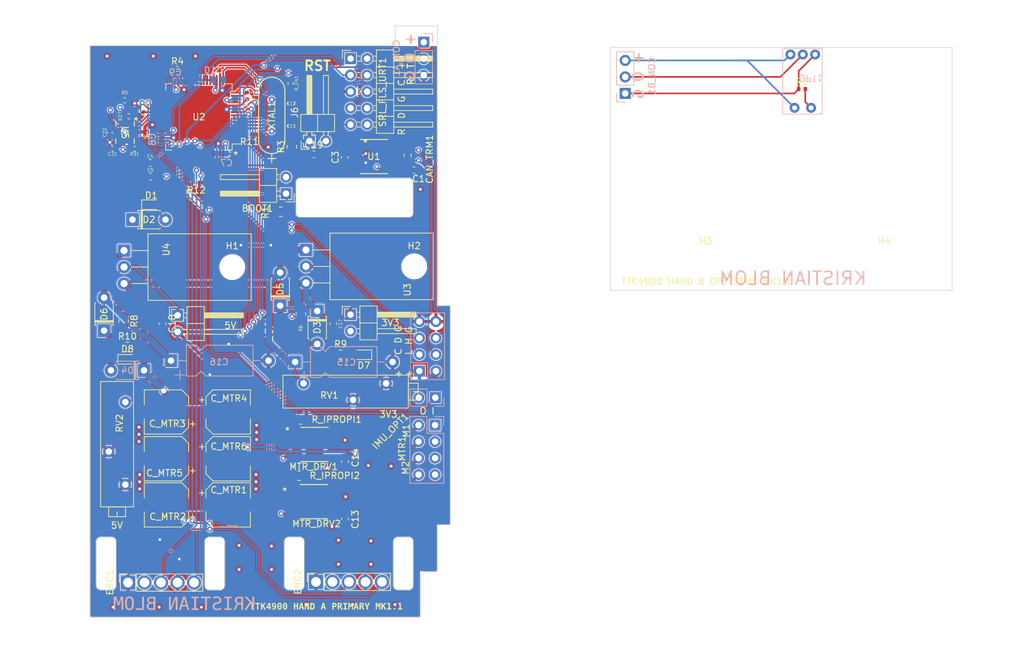
<source format=kicad_pcb>
(kicad_pcb (version 20221018) (generator pcbnew)
  (layers (0 "F.Cu" signal) (1 "In1.Cu" signal) (2 "In2.Cu" signal) (31 "B.Cu" signal) (34 "B.Paste" user) (35 "F.Paste" user) (36 "B.SilkS" user "B.Silkscreen") (37 "F.SilkS" user "F.Silkscreen") (38 "B.Mask" user) (39 "F.Mask" user) (44 "Edge.Cuts" user))
  (net 0 "")
  (net 1 "+3V3")
  (net 2 "GND")
  (net 3 "/RESET")
  (net 4 "Net-(C11-Pad1)")
  (net 5 "/BOOT0")
  (net 6 "Net-(D5-A)")
  (net 7 "Net-(D6-A)")
  (net 8 "/OSC_OUT")
  (net 9 "+48V")
  (net 10 "Net-(D3-A)")
  (net 11 "Net-(D4-A)")
  (net 12 "Net-(D1-A)")
  (net 13 "Net-(D7-A)")
  (net 14 "Net-(D8-A)")
  (net 15 "+5V")
  (net 16 "/CANL")
  (net 17 "/CANH")
  (net 18 "/OPT_assy/OPT_B")
  (net 20 "Net-(MTR1-Pin_2)")
  (net 22 "Net-(MTR1-Pin_4)")
  (net 24 "Net-(MTR1-Pin_6)")
  (net 26 "Net-(OPT1-Cathode)")
  (net 27 "Net-(MTR1-Pin_8)")
  (net 28 "/DRV1_IPROPI")
  (net 29 "/DRV1_IN2")
  (net 30 "/DRV1_IN1")
  (net 31 "/DRV2_IPROPI")
  (net 32 "/DRV2_IN2")
  (net 33 "/DRV2_IN1")
  (net 36 "/OSC_IN")
  (net 37 "/UART_TX")
  (net 38 "/CAN_TX")
  (net 39 "/CAN_RX")
  (net 40 "/CAN_EN")
  (net 41 "/RELAY_EN")
  (net 42 "/UART_RX")
  (net 46 "/IMU_INT1")
  (net 47 "/OPT_SW1")
  (net 49 "/ENC1B")
  (net 50 "/ENC1A")
  (net 52 "/ENC2B")
  (net 53 "/ENC2A")
  (net 54 "/OPT_SW2")
  (net 55 "/IMU_INT3")
  (net 56 "/I2C3_SCL")
  (net 57 "/I2C3_SDA")
  (net 58 "/GND_RES1")
  (net 59 "Net-(U2-PB14)")
  (net 60 "Net-(U2-PC8)")
  (net 61 "Net-(U2-PC14)")
  (net 62 "Net-(U2-PB3)")
  (net 63 "Net-(U2-PA0)")
  (net 64 "Net-(U2-PA10)")
  (net 65 "/I2C1_SDA")
  (net 66 "/I2C1_SCL")
  (net 67 "/FLASH_CLK")
  (net 68 "/FLASH_DIO")
  (net 69 "/IMU_INT2")
  (footprint "Capacitor_SMD:C_0603_1608Metric" (layer "F.Cu") (at 60 38)
    (fp_text reference "C19")
    (fp_text value "100nF")
  )
  (footprint "Diode_THT:D_T-1_P5.08mm_Horizontal" (layer "F.Cu") (at 27.725 65.14146 90)
    (fp_text reference "D6")
    (fp_text value "IN4005")
  )
  (footprint "Capacitor_SMD:C_0603_1608Metric" (layer "F.Cu") (at 34.838127 39.328127 180)
    (fp_text reference "C4")
    (fp_text value "4.7muF")
  )
  (footprint "Diode_THT:D_T-1_P5.08mm_Horizontal" (layer "F.Cu") (at 32.1 48.06146)
    (fp_text reference "D2")
    (fp_text value "D_Zener")
  )
  (footprint "Capacitor_SMD:C_0603_1608Metric" (layer "F.Cu") (at 75.425 40.46146)
    (fp_text reference "C1")
    (fp_text value "100nF")
  )
  (footprint "TJA1057BT:SOT96-1_SO8_NXP" (layer "F.Cu") (at 69.246348 38.35646)
    (fp_text reference "U1")
    (fp_text value "TJA1057GT/3J")
  )
  (footprint "Package_TO_SOT_THT:TO-220-3_Horizontal_TabDown" (layer "F.Cu") (at 58.795 52.72146 -90)
    (fp_text reference "U3")
    (fp_text value "LM317_TO-220")
  )
  (footprint "Potentiometer_THT:Potentiometer_Bourns_3006P_Horizontal" (layer "F.Cu") (at 31 76.13646 90)
    (fp_text reference "RV2")
    (fp_text value "0,706k")
  )
  (footprint "Resistor_SMD:R_0805_2012Metric" (layer "F.Cu") (at 58.025 62.56146 -90)
    (fp_text reference "R6")
    (fp_text value "240Ohm")
  )
  (footprint "PINSOCKET:PinSocket_1x05_P2.54mm_Vertical" (layer "F.Cu") (at 31.41 103.91146 90)
    (fp_text reference "ENC1")
    (fp_text value "Conn_01x05")
  )
  (footprint "Package_TO_SOT_THT:TO-220-3_Horizontal_TabDown" (layer "F.Cu") (at 30.795 52.82146 -90)
    (fp_text reference "U4")
    (fp_text value "LM317_TO-220")
  )
  (footprint "Diode_THT:D_T-1_P5.08mm_Horizontal" (layer "F.Cu") (at 54.825 61.30146 90)
    (fp_text reference "D5")
    (fp_text value "IN4005")
  )
  (footprint "Capacitor_SMD:CP_Elec_6.3x7.7" (layer "F.Cu") (at 46.825 84.86146)
    (fp_text reference "C_MTR6")
    (fp_text value "47muF")
  )
  (footprint "Capacitor_SMD:C_0402_1005Metric" (layer "F.Cu") (at 29.025 37.16146 180)
    (fp_text reference "C21")
    (fp_text value "100nF")
  )
  (footprint "Resistor_SMD:R_0402_1005Metric" (layer "F.Cu") (at 135.125 27.96146 180)
    (fp_text reference "R2")
    (fp_text value "220")
  )
  (footprint "Resistor_SMD:R_0805_2012Metric" (layer "F.Cu") (at 57.725 87.46146)
    (fp_text reference "R_IPROPI2")
    (fp_text value "510Ohm")
  )
  (footprint "Resistor_SMD:R_0402_1005Metric" (layer "F.Cu") (at 49.7 29 90)
    (fp_text reference "R13")
    (fp_text value "40k")
  )
  (footprint "Resistor_SMD:R_0402_1005Metric" (layer "F.Cu") (at 31.525 32.16146)
    (fp_text reference "R27")
    (fp_text value "10k")
  )
  (footprint "Capacitor_SMD:C_0603_1608Metric" (layer "F.Cu") (at 64.8 94.1 90)
    (fp_text reference "C13")
    (fp_text value "100nF")
  )
  (footprint "Resistor_SMD:R_0402_1005Metric" (layer "F.Cu") (at 56.425 27.09 -90)
    (fp_text reference "R_EN1")
    (fp_text value "40k")
  )
  (footprint "Capacitor_SMD:C_0603_1608Metric" (layer "F.Cu") (at 34.838127 41.428127 180)
    (fp_text reference "C5")
    (fp_text value "1muF")
  )
  (footprint "Resistor_SMD:R_0805_2012Metric" (layer "F.Cu") (at 57.952547 78.8)
    (fp_text reference "R_IPROPI1")
    (fp_text value "510Ohm")
  )
  (footprint "LED_SMD:LED_0603_1608Metric" (layer "F.Cu") (at 31.325 69.56146)
    (fp_text reference "D8")
    (fp_text value "LED_5V")
  )
  (footprint "Capacitor_SMD:CP_Elec_6.3x7.7" (layer "F.Cu") (at 37.325 77.66146 180)
    (fp_text reference "C_MTR3")
    (fp_text value "47muF")
  )
  (footprint "MountingHole:MountingHole_2.7mm_M2.5" (layer "F.Cu") (at 120.325 55.036459)
    (fp_text reference "H3")
    (fp_text value "MountingHole")
  )
  (footprint "Capacitor_SMD:C_0603_1608Metric" (layer "F.Cu") (at 64.8 85.3 90)
    (fp_text reference "C14")
    (fp_text value "100nF")
  )
  (footprint "Resistor_SMD:R_0805_2012Metric" (layer "F.Cu") (at 31.325 67.66146)
    (fp_text reference "R10")
    (fp_text value "1k5")
  )
  (footprint "Capacitor_SMD:CP_Elec_6.3x7.7" (layer "F.Cu") (at 37.325 91.96146 180)
    (fp_text reference "C_MTR2")
    (fp_text value "47muF")
  )
  (footprint "Resistor_SMD:R_0402_1005Metric" (layer "F.Cu") (at 50.1 34.9 180)
    (fp_text reference "R11")
    (fp_text value "40k")
  )
  (footprint "ABL-16.000MHZ-B1U-T:XTAL_ABL-16_ABR" (layer "F.Cu") (at 53.525 34.46146 90)
    (fp_text reference "XTAL1")
    (fp_text value "ABL-16.000MHZ-B2")
  )
  (footprint "Resistor_SMD:R_0402_1005Metric" (layer "F.Cu") (at 32.425 37.16146)
    (fp_text reference "R31")
    (fp_text value "10k")
  )
  (footprint "DRV8251A:SOIC8_DDA_TEX" (layer "F.Cu") (at 60.025 91.46146)
    (fp_text reference "MTR_DRV2")
    (fp_text value "DRV8251ADDAR")
  )
  (footprint "Capacitor_SMD:C_0603_1608Metric" (layer "F.Cu") (at 63.025 64.06146 -90)
    (fp_text reference "C17")
    (fp_text value "100nF")
  )
  (footprint "DRV8251A:SOIC8_DDA_TEX" (layer "F.Cu") (at 60.10085 82.65646)
    (fp_text reference "MTR_DRV1")
    (fp_text value "DRV8251ADDAR")
  )
  (footprint "Resistor_SMD:R_0402_1005Metric" (layer "F.Cu") (at 41.925 42.36146 180)
    (fp_text reference "R12")
    (fp_text value "40k")
  )
  (footprint "LSM6DSMTR:LGA-14L_2P5X3X0P83_STM" (layer "F.Cu") (at 30.949999 34.65116 -90)
    (fp_text reference "U5")
    (fp_text value "LSM6DSMTR")
  )
  (footprint "Connector_PinHeader_2.54mm:PinHeader_1x02_P2.54mm_Horizontal" (layer "F.Cu") (at 55.725 44.06146 180)
    (fp_text reference "BOOT1")
    (fp_text value "BOOTMODE")
  )
  (footprint "Resistor_SMD:R_0402_1005Metric" (layer "F.Cu") (at 33.425 31.16146 -45)
    (fp_text reference "R7")
    (fp_text value "40k")
  )
  (footprint "Capacitor_SMD:CP_Elec_6.3x7.7" (layer "F.Cu") (at 37.325 84.86146 180)
    (fp_text reference "C_MTR5")
    (fp_text value "47muF")
  )
  (footprint "LED_SMD:LED_0603_1608Metric" (layer "F.Cu") (at 67.425 68.86146 180)
    (fp_text reference "D7")
    (fp_text value "LED_3V3")
  )
  (footprint "Connector_PinHeader_2.54mm:PinHeader_1x02_P2.54mm_Horizontal" (layer "F.Cu") (at 65.65 62.68646)
    (fp_text reference "JP1" hide)
    (fp_text value "Jumper_2_Open")
  )
  (footprint "Potentiometer_THT:Potentiometer_Bourns_3006P_Horizontal" (layer "F.Cu") (at 58.425 73.26146 180)
    (fp_text reference "RV1")
    (fp_text value "0,386k")
  )
  (footprint "Capacitor_SMD:C_0603_1608Metric" (layer "F.Cu") (at 56.525 33.66146 90)
    (fp_text reference "C11")
    (fp_text value "20pF")
  )
  (footprint "LED_SMD:LED_0603_1608Metric" (layer "F.Cu") (at 35 45.76146)
    (fp_text reference "D1")
    (fp_text value "LED")
  )
  (footprint "Resistor_SMD:R_0805_2012Metric" (layer "F.Cu") (at 30.725 63.66146 -90)
    (fp_text reference "R8")
    (fp_text value "240Ohm")
  )
  (footprint "Connector_PinHeader_2.54mm:PinHeader_2x05_P2.54mm_Horizontal" (layer "F.Cu") (at 65.66 23.28146)
    (fp_text reference "SRL_FLS_URT1")
    (fp_text value "Conn_02x05_Odd_Even")
  )
  (footprint "Diode_THT:D_T-1_P5.08mm_Horizontal" (layer "F.Cu") (at 60.525 62.12146 -90)
    (fp_text reference "D3")
    (fp_text value "IN4005")
  )
  (footprint "Resistor_SMD:R_0805_2012Metric" (layer "F.Cu") (at 56.625 36.86146 90)
    (fp_text reference "R3")
    (fp_text value "340Ohm")
  )
  (footprint "Connector_PinHeader_2.54mm:PinHeader_1x02_P2.54mm_Horizontal" (layer "F.Cu") (at 39.05 62.78646)
    (fp_text reference "JP2" hide)
    (fp_text value "Jumper_2_Open")
  )
  (footprint "Resistor_SMD:R_0402_1005Metric" (layer "F.Cu") (at 30.9 29.7)
    (fp_text reference "R5")
    (fp_text value "40k")
  )
  (footprint "PINSOCKET:PinSocket_1x05_P2.54mm_Vertical" (layer "F.Cu") (at 60.33 103.81146 90)
    (fp_text reference "ENC2")
    (fp_text value "Conn_01x05")
  )
  (footprint "Capacitor_SMD:C_0603_1608Metric" (layer "F.Cu") (at 64.746347 38.481459 90)
    (fp_text reference "C3")
    (fp_text value "100nF")
  )
  (footprint "Resistor_SMD:R_0805_2012Metric" (layer "F.Cu") (at 64.125 68.86146)
    (fp_text reference "R9")
    (fp_text value "1k5")
  )
  (footprint "Capacitor_SMD:C_0402_1005Metric" (layer "F.Cu") (at 28.625 34.66146 -90)
    (fp_text reference "C22")
    (fp_text value "100nF")
  )
  (footprint "Package_QFP:LQFP-64_10x10mm_P0.5mm" (layer "F.Cu") (at 42.325 32.26146 180)
    (fp_text reference "U2")
    (fp_text value "STM32F303RETx")
  )
  (footprint "MountingHole:MountingHole_2.7mm_M2.5" (layer "F.Cu") (at 147.825 55.036459)
    (fp_text reference "H4")
    (fp_text value "MountingHole")
  )
  (footprint "Resistor_SMD:R_0402_1005Metric" (layer "F.Cu") (at 39.025 24.86146)
    (fp_text reference "R4")
    (fp_text value "40k")
  )
  (footprint "Resistor_SMD:R_0402_1005Metric" (layer "F.Cu") (at 34.525 34.56146)
    (fp_text reference "R14")
    (fp_text value "40k")
  )
  (footprint "Capacitor_SMD:C_0603_1608Metric" (layer "F.Cu") (at 36.725 64.06146 -90)
    (fp_text reference "C18")
    (fp_text value "100nF")
  )
  (footprint "Resistor_SMD:R_0805_2012Metric" (layer "F.Cu") (at 54.925 46.86146)
    (fp_text reference "R1")
    (fp_text value "10kOhm")
  )
  (footprint "MountingHole:MountingHole_2.2mm_M2" (layer "F.Cu") (at 47.45 55.31146)
    (fp_text reference "H1")
    (fp_text value "MountingHole")
  )
  (footprint "Resistor_SMD:R_0603_1608Metric" (layer "F.Cu") (at 74.446347 38.15646 90)
    (fp_text reference "CAN_TRM1")
    (fp_text value "120Ohm")
  )
  (footprint "Capacitor_SMD:CP_Elec_6.3x7.7" (layer "F.Cu") (at 46.825 91.96146)
    (fp_text reference "C_MTR1")
    (fp_text value "47muF")
  )
  (footprint "Capacitor_SMD:C_0603_1608Metric" (layer "F.Cu") (at 56.525 30.2 -90)
    (fp_text reference "C12")
    (fp_text value "20pF")
  )
  (footprint "MountingHole:MountingHole_2.2mm_M2" (layer "F.Cu") (at 75.45 55.31146)
    (fp_text reference "H2")
    (fp_text value "MountingHole")
  )
  (footprint "Connector_PinHeader_2.54mm:PinHeader_1x02_P2.54mm_Horizontal" (layer "F.Cu") (at 59.325 35.96146 90)
    (fp_text reference "J6")
    (fp_text value "Conn_01x02")
  )
  (footprint "Capacitor_SMD:CP_Elec_6.3x7.7" (layer "F.Cu") (at 46.825 77.66146)
    (fp_text reference "C_MTR4")
    (fp_text value "47muF")
  )
  (footprint "Connector_PinHeader_2.54mm:PinHeader_1x03_P2.54mm_Vertical" (layer "B.Cu") (at 107.925 28.64146)
    (fp_text reference "CON_B1")
    (fp_text value "Conn_01x03")
  )
  (footprint "OPB971N51:OPB971N51" (layer "B.Cu") (at 136.525 25.77396)
    (fp_text reference "OPT1")
    (fp_text value "~")
  )
  (footprint "Capacitor_SMD:C_0603_1608Metric" (layer "B.Cu") (at 45.8 37.91146)
    (fp_text reference "C7")
    (fp_text value "100nF")
  )
  (footprint "Connector_PinHeader_2.54mm:PinHeader_2x04_P2.54mm_Vertical" (layer "B.Cu") (at 76.25 71.36146)
    (fp_text reference "PWR_CAN_IMU1" hide)
    (fp_text value "Conn_02x04_Odd_Even")
  )
  (footprint "Connector_PinHeader_2.54mm:PinHeader_2x04_P2.54mm_Vertical" (layer "B.Cu") (at 78.665 79.68146 180)
    (fp_text reference "MTR1")
    (fp_text value "Conn_02x04_Odd_Even")
  )
  (footprint "Connector_PinHeader_2.54mm:PinHeader_1x03_P2.54mm_Vertical" (layer "B.Cu") (at 76.925 20.76146 180)
    (fp_text reference "CON_A1")
    (fp_text value "Conn_01x03")
  )
  (footprint "Capacitor_SMD:C_0603_1608Metric" (layer "B.Cu") (at 45.3 26.51146 180)
    (fp_text reference "C10")
    (fp_text value "100nF")
  )
  (footprint "Capacitor_THT:CP_Axial_L10.0mm_D4.5mm_P15.00mm_Horizontal" (layer "B.Cu") (at 38.025 69.76146)
    (fp_text reference "C16")
    (fp_text value "10muF")
  )
  (footprint "Diode_THT:D_T-1_P5.08mm_Horizontal" (layer "B.Cu") (at 33.865 71.26146 180)
    (fp_text reference "D4")
    (fp_text value "IN4005")
  )
  (footprint "Capacitor_SMD:C_0603_1608Metric" (layer "B.Cu") (at 47.9 30.21146 90)
    (fp_text reference "C6")
    (fp_text value "10nF")
  )
  (footprint "Connector_PinHeader_2.54mm:PinHeader_1x02_P2.54mm_Vertical" (layer "B.Cu") (at 78.7 75.46146 90)
    (fp_text reference "IMU_OPT1")
    (fp_text value "Conn_01x02")
  )
  (footprint "Capacitor_THT:CP_Axial_L10.0mm_D4.5mm_P15.00mm_Horizontal" (layer "B.Cu") (at 57.125 69.96146)
    (fp_text reference "C15")
    (fp_text value "10muF")
  )
  (footprint "Capacitor_SMD:C_0603_1608Metric" (layer "B.Cu") (at 36.6 35.71146 -90)
    (fp_text reference "C8")
    (fp_text value "100nF")
  )
  (footprint "Capacitor_SMD:C_0603_1608Metric" (layer "B.Cu") (at 38.7 26.81146 180)
    (fp_text reference "C9")
    (fp_text value "100nF")
  )
  (gr_line locked (start 25.525 109.26146) (end 25.525 21.26146) (stroke (width 0.1)) (layer "Edge.Cuts"))
  (gr_arc locked (start 27.211376 105.037924) (mid 26.725007 104.836453) (end 26.523536 104.350084) (stroke (width 0.1)) (layer "Edge.Cuts"))
  (gr_line locked (start 72.525 18.26146) (end 79.025 18.26146) (stroke (width 0.1)) (layer "Edge.Cuts"))
  (gr_line locked (start 57.259895 42.283565) (end 57.259895 47.083565) (stroke (width 0.1)) (layer "Edge.Cuts"))
  (gr_rect locked (start 105.625 21.56146) (end 158.225 58.96146) (stroke (width 0.1)) (fill none) (layer "Edge.Cuts"))
  (gr_arc locked (start 57.259895 42.283565) (mid 57.436237 41.857818) (end 57.861974 41.681486) (stroke (width 0.1)) (layer "Edge.Cuts"))
  (gr_line locked (start 77.225 102.282712) (end 79.025 102.282712) (stroke (width 0.1)) (layer "Edge.Cuts"))
  (gr_arc locked (start 46.275 104.36146) (mid 46.073534 104.847822) (end 45.58716 105.0493) (stroke (width 0.1)) (layer "Edge.Cuts"))
  (gr_line locked (start 76.457801 109.26146) (end 25.525 109.26146) (stroke (width 0.1)) (layer "Edge.Cuts"))
  (gr_line locked (start 75.264053 47.083565) (end 75.264053 42.281539) (stroke (width 0.1)) (layer "Edge.Cuts"))
  (gr_arc locked (start 56.161376 105.037924) (mid 55.675007 104.836453) (end 55.473536 104.350084) (stroke (width 0.1)) (layer "Edge.Cuts"))
  (gr_line locked (start 26.523536 104.350084) (end 26.523536 97.598976) (stroke (width 0.1)) (layer "Edge.Cuts"))
  (gr_arc locked (start 76.457801 103.049911) (mid 76.68249 102.507386) (end 77.225 102.282712) (stroke (width 0.1)) (layer "Edge.Cuts"))
  (gr_arc locked (start 57.838624 96.909996) (mid 58.324993 97.111467) (end 58.526464 97.597836) (stroke (width 0.1)) (layer "Edge.Cuts"))
  (gr_arc locked (start 74.613624 96.909996) (mid 75.099993 97.111467) (end 75.301464 97.597836) (stroke (width 0.1)) (layer "Edge.Cuts"))
  (gr_line locked (start 79.025 102.282712) (end 79.025 95.06146) (stroke (width 0.1)) (layer "Edge.Cuts"))
  (gr_line locked (start 29.576464 97.597836) (end 29.576464 104.350084) (stroke (width 0.1)) (layer "Edge.Cuts"))
  (gr_line locked (start 43.218212 97.610352) (end 43.218212 104.36146) (stroke (width 0.1)) (layer "Edge.Cuts"))
  (gr_line locked (start 81.025 95.06146) (end 81.025 61.26146) (stroke (width 0.1)) (layer "Edge.Cuts"))
  (gr_line locked (start 74.613624 96.909996) (end 72.932516 96.909996) (stroke (width 0.1)) (layer "Edge.Cuts"))
  (gr_line locked (start 45.58716 96.921372) (end 43.906052 96.921372) (stroke (width 0.1)) (layer "Edge.Cuts"))
  (gr_line locked (start 55.469676 97.598976) (end 55.469676 104.350084) (stroke (width 0.1)) (layer "Edge.Cuts"))
  (gr_arc locked (start 57.861974 47.685644) (mid 57.436284 47.509261) (end 57.259895 47.083565) (stroke (width 0.1)) (layer "Edge.Cuts"))
  (gr_arc locked (start 72.244676 97.598976) (mid 72.446135 97.112595) (end 72.932516 96.911136) (stroke (width 0.1)) (layer "Edge.Cuts"))
  (gr_arc locked (start 75.301464 104.350084) (mid 75.099993 104.836453) (end 74.613624 105.037924) (stroke (width 0.1)) (layer "Edge.Cuts"))
  (gr_arc locked (start 43.218212 97.610352) (mid 43.419676 97.123964) (end 43.906052 96.922512) (stroke (width 0.1)) (layer "Edge.Cuts"))
  (gr_line locked (start 72.244676 97.598976) (end 72.244676 104.350084) (stroke (width 0.1)) (layer "Edge.Cuts"))
  (gr_line locked (start 79.025 61.26146) (end 79.025 21.26146) (stroke (width 0.1)) (layer "Edge.Cuts"))
  (gr_arc locked (start 29.576464 104.350084) (mid 29.374993 104.836453) (end 28.888624 105.037924) (stroke (width 0.1)) (layer "Edge.Cuts"))
  (gr_arc locked (start 28.888624 96.909996) (mid 29.374993 97.111467) (end 29.576464 97.597836) (stroke (width 0.1)) (layer "Edge.Cuts"))
  (gr_line locked (start 75.301464 104.350084) (end 75.301464 97.597836) (stroke (width 0.1)) (layer "Edge.Cuts"))
  (gr_line locked (start 57.838624 96.909996) (end 56.157516 96.909996) (stroke (width 0.1)) (layer "Edge.Cuts"))
  (gr_line locked (start 46.275 104.36146) (end 46.275 97.609212) (stroke (width 0.1)) (layer "Edge.Cuts"))
  (gr_line locked (start 79.025 18.26146) (end 79.025 21.26146) (stroke (width 0.1)) (layer "Edge.Cuts"))
  (gr_line locked (start 56.161376 105.037924) (end 57.838624 105.037924) (stroke (width 0.1)) (layer "Edge.Cuts"))
  (gr_arc locked (start 75.264053 47.083565) (mid 75.087705 47.509287) (end 74.661974 47.685644) (stroke (width 0.1)) (layer "Edge.Cuts"))
  (gr_line locked (start 25.525 21.26146) (end 72.525 21.26146) (stroke (width 0.1)) (layer "Edge.Cuts"))
  (gr_line locked (start 58.526464 104.350084) (end 58.526464 97.597836) (stroke (width 0.1)) (layer "Edge.Cuts"))
  (gr_line locked (start 57.861974 47.685644) (end 74.661974 47.685644) (stroke (width 0.1)) (layer "Edge.Cuts"))
  (gr_arc locked (start 43.909912 105.0493) (mid 43.423528 104.847841) (end 43.222072 104.36146) (stroke (width 0.1)) (layer "Edge.Cuts"))
  (gr_line locked (start 72.525 21.26146) (end 72.525 18.26146) (stroke (width 0.1)) (layer "Edge.Cuts"))
  (gr_line locked (start 81.025 61.26146) (end 79.025 61.26146) (stroke (width 0.1)) (layer "Edge.Cuts"))
  (gr_line locked (start 79.025 95.06146) (end 81.025 95.06146) (stroke (width 0.1)) (layer "Edge.Cuts"))
  (gr_arc locked (start 26.519676 97.598976) (mid 26.721135 97.112595) (end 27.207516 96.911136) (stroke (width 0.1)) (layer "Edge.Cuts"))
  (gr_line locked (start 43.909912 105.0493) (end 45.58716 105.0493) (stroke (width 0.1)) (layer "Edge.Cuts"))
  (gr_line locked (start 27.207516 96.911136) (end 28.888624 96.911136) (stroke (width 0.1)) (layer "Edge.Cuts"))
  (gr_arc locked (start 58.526464 104.350084) (mid 58.324993 104.836453) (end 57.838624 105.037924) (stroke (width 0.1)) (layer "Edge.Cuts"))
  (gr_line locked (start 76.457801 103.049911) (end 76.457801 109.26146) (stroke (width 0.1)) (layer "Edge.Cuts"))
  (gr_arc locked (start 45.58716 96.921372) (mid 46.073579 97.122819) (end 46.275 97.609212) (stroke (width 0.1)) (layer "Edge.Cuts"))
  (gr_arc locked (start 74.664 41.67946) (mid 75.089742 41.855804) (end 75.266079 42.281539) (stroke (width 0.1)) (layer "Edge.Cuts"))
  (gr_line locked (start 28.888624 105.037924) (end 27.211376 105.037924) (stroke (width 0.1)) (layer "Edge.Cuts"))
  (gr_arc locked (start 55.469676 97.598976) (mid 55.671135 97.112595) (end 56.157516 96.911136) (stroke (width 0.1)) (layer "Edge.Cuts"))
  (gr_line locked (start 72.936376 105.037924) (end 74.613624 105.037924) (stroke (width 0.1)) (layer "Edge.Cuts"))
  (gr_line locked (start 74.664 41.67946) (end 57.861974 41.67946) (stroke (width 0.1)) (layer "Edge.Cuts"))
  (gr_arc locked (start 72.936376 105.037924) (mid 72.450007 104.836453) (end 72.248536 104.350084) (stroke (width 0.1)) (layer "Edge.Cuts"))
  (gr_text "KRISTIAN BLOM" (at 145.225 58.26146) (layer "B.SilkS") (effects (font (size 2 2) (thickness 0.25)) (justify left bottom mirror)))
  (gr_text "KRISTIAN BLOM" (at 51 108.46146) (layer "B.SilkS") (effects (font (size 2 2) (thickness 0.25)) (justify left bottom mirror)))
  (gr_text "+ O G" (at 110.825 22.06146 90) (layer "B.SilkS") (effects (font (size 1.5 1.5) (thickness 0.3) bold) (justify left bottom mirror)))
  (gr_text "+ O G" (at 75.7 19.2 90) (layer "B.SilkS") (effects (font (size 1.5 1.5) (thickness 0.3) bold) (justify left bottom mirror)))
  (gr_text "R  D  G  C  +" (at 74.1 35.16146 90) (layer "F.SilkS") (effects (font (size 1 1)) (justify left bottom)))
  (gr_text locked "TTK4900 HAND A PRIMARY MK1.1" (at 50.1 108.23646) (layer "F.SilkS") (effects (font (size 1 1) (thickness 0.2) bold) (justify left bottom)))
  (gr_text "+   C D G\n+   L H G" (at 75.2 72.5 90) (layer "F.SilkS") (effects (font (size 1 1)) (justify left bottom)))
  (gr_text "5V" (at 46.15 64.94646) (layer "F.SilkS") (effects (font (size 1 1)) (justify left bottom)))
  (gr_text "M2" (at 74.7 87.4 90) (layer "F.SilkS") (effects (font (size 1 1)) (justify left bottom)))
  (gr_text "5V" (at 28.7 95.7) (layer "F.SilkS") (effects (font (size 1 1)) (justify left bottom)))
  (gr_text "M1" (at 74.8 81.7 90) (layer "F.SilkS") (effects (font (size 1 1)) (justify left bottom)))
  (gr_text "3V3" (at 70 78.6) (layer "F.SilkS") (effects (font (size 1 1)) (justify left bottom)))
  (gr_text "O I" (at 76.2 78.1) (layer "F.SilkS") (effects (font (size 1 1)) (justify left bottom)))
  (gr_text "R  T" (at 75.5 27.46146 90) (layer "F.SilkS") (effects (font (size 1 1) (thickness 0.1875)) (justify left bottom)))
  (gr_text "3V3" (at 70.3 64.5) (layer "F.SilkS") (effects (font (size 1 1)) (justify left bottom)))
  (gr_text "*" (at 47.5 38.71146) (layer "F.SilkS") (effects (font (size 1 1)) (justify left bottom)))
  (gr_text "RST" (at 58.325 25.26146) (layer "F.SilkS") (effects (font (size 1.5 1.5) (thickness 0.3) bold) (justify left bottom)))
  (gr_text "TTK4900 HAND B OPT SENS MK1.1" (at 107.225 58.16146) (layer "F.SilkS") (effects (font (size 1 1)) (justify left bottom)))
  (segment (start 70.06146 40.26146) (end 69.7 39.9) (width 0.25) (layer "F.Cu") (net 1))
  (segment (start 32.225 35.46986) (end 32.225 36.85146) (width 0.2) (layer "F.Cu") (net 1))
  (segment (start 35.613127 38.873333) (end 38.125 36.36146) (width 0.25) (layer "F.Cu") (net 1))
  (segment (start 46.6 29.66146) (end 46.95 30.01146) (width 0.25) (layer "F.Cu") (net 1))
  (segment (start 30.625 37.26146) (end 31.815 37.26146) (width 0.2) (layer "F.Cu") (net 1))
  (segment (start 31.015 32.16146) (end 31.015 33.255861) (width 0.2) (layer "F.Cu") (net 1))
  (segment (start 31.015 33.255861) (end 31.199999 33.44086) (width 0.2) (layer "F.Cu") (net 1))
  (segment (start 30.699999 33.761299) (end 30.699999 33.44086) (width 0.25) (layer "F.Cu") (net 1))
  (segment (start 45.075 27.91146) (end 44.825 28.16146) (width 0.25) (layer "F.Cu") (net 1))
  (segment (start 32.225 36.85146) (end 31.915 37.16146) (width 0.2) (layer "F.Cu") (net 1))
  (segment (start 28.625 34.18146) (end 29.9634 34.18146) (width 0.25) (layer "F.Cu") (net 1))
  (segment (start 74.45 40.26146) (end 74.65 40.46146) (width 0.25) (layer "F.Cu") (net 1))
  (segment (start 71.967696 40.26146) (end 74.45 40.26146) (width 0.25) (layer "F.Cu") (net 1))
  (segment (start 36.65 36.01146) (end 37.775 36.01146) (width 0.25) (layer "F.Cu") (net 1))
  (segment (start 29.9634 34.18146) (end 29.993699 34.151161) (width 0.25) (layer "F.Cu") (net 1))
  (segment (start 30.699999 33.44086) (end 31.199999 33.44086) (width 0.25) (layer "F.Cu") (net 1))
  (segment (start 30.625 37.26146) (end 30.199998 36.836458) (width 0.2) (layer "F.Cu") (net 1))
  (segment (start 38.575 27.81146) (end 38.825 28.06146) (width 0.25) (layer "F.Cu") (net 1))
  (segment (start 55.06646 93.36646) (end 55 93.3) (width 0.5) (layer "F.Cu") (net 1))
  (segment (start 46.075 36.71146) (end 46.075 37.93646) (width 0.25) (layer "F.Cu") (net 1))
  (segment (start 71.967696 40.26146) (end 70.06146 40.26146) (width 0.25) (layer "F.Cu") (net 1))
  (segment (start 31.815 37.26146) (end 31.915 37.16146) (width 0.2) (layer "F.Cu") (net 1))
  (segment (start 30.199998 36.836458) (end 30.199998 35.86146) (width 0.2) (layer "F.Cu") (net 1))
  (segment (start 37.775 36.01146) (end 38.125 36.36146) (width 0.25) (layer "F.Cu") (net 1))
  (segment (start 30.2 30.8) (end 31.015 31.615) (width 0.2) (layer "F.Cu") (net 1))
  (segment (start 30.310137 34.151161) (end 30.699999 33.761299) (width 0.25) (layer "F.Cu") (net 1))
  (segment (start 38.575 26.58646) (end 38.575 27.81146) (width 0.25) (layer "F.Cu") (net 1))
  (segment (start 55.53854 84.56146) (end 57.3767 84.56146) (width 0.5) (layer "F.Cu") (net 1))
  (segment (start 55.3 84.8) (end 55.53854 84.56146) (width 0.5) (layer "F.Cu") (net 1))
  (segment (start 29.505 37.16146) (end 29.505 36.556458) (width 0.2) (layer "F.Cu") (net 1))
  (segment (start 35.613127 41.428127) (end 37.271873 41.428127) (width 0.25) (layer "F.Cu") (net 1))
  (segment (start 45.075 26.58646) (end 45.075 27.91146) (width 0.25) (layer "F.Cu") (net 1))
  (segment (start 37.271873 41.428127) (end 37.3 41.4) (width 0.25) (layer "F.Cu") (net 1))
  (segment (start 57.30085 93.36646) (end 55.06646 93.36646) (width 0.5) (layer "F.Cu") (net 1))
  (segment (start 47.45 37.93646) (end 48 37.38646) (width 0.25) (layer "F.Cu") (net 1))
  (segment (start 31.906299 35.151159) (end 32.225 35.46986) (width 0.2) (layer "F.Cu") (net 1))
  (segment (start 48 37.38646) (end 48 36.01146) (width 0.25) (layer "F.Cu") (net 1))
  (segment (start 46.425 36.36146) (end 46.075 36.71146) (width 0.25) (layer "F.Cu") (net 1))
  (segment (start 29.993699 34.151161) (end 30.310137 34.151161) (width 0.25) (layer "F.Cu") (net 1))
  (segment (start 35.613127 41.428127) (end 35.613127 38.873333) (width 0.25) (layer "F.Cu") (net 1))
  (segment (start 46.95 30.01146) (end 48 30.01146) (width 0.25) (layer "F.Cu") (net 1))
  (segment (start 46.075 37.93646) (end 47.45 37.93646) (width 0.25) (layer "F.Cu") (net 1))
  (segment (start 29.505 36.556458) (end 30.199998 35.86146) (width 0.2) (layer "F.Cu") (net 1))
  (segment (start 31.015 31.615) (end 31.015 32.16146) (width 0.2) (layer "F.Cu") (net 1))
  (via (at 55 93.3) (size 0.8) (drill 0.4) (layers "F.Cu" "B.Cu") (net 1))
  (via (at 46.6 29.66146) (size 0.8) (drill 0.4) (layers "F.Cu" "B.Cu") (net 1))
  (via (at 69.7 39.9) (size 0.8) (drill 0.4) (layers "F.Cu" "B.Cu") (net 1))
  (via (at 30.625 37.26146) (size 0.8) (drill 0.4) (layers "F.Cu" "B.Cu") (net 1))
  (via (at 37.3 41.4) (size 0.8) (drill 0.4) (layers "F.Cu" "B.Cu") (net 1))
  (via (at 38.825 28.06146) (size 0.8) (drill 0.4) (layers "F.Cu" "B.Cu") (net 1))
  (via (at 44.825 28.16146) (size 0.8) (drill 0.4) (layers "F.Cu" "B.Cu") (net 1))
  (via (at 46.425 36.36146) (size 0.8) (drill 0.4) (layers "F.Cu" "B.Cu") (net 1))
  (via (at 38.125 36.36146) (size 0.8) (drill 0.4) (layers "F.Cu" "B.Cu") (net 1))
  (via (at 55.3 84.8) (size 0.8) (drill 0.4) (layers "F.Cu" "B.Cu") (net 1))
  (via (at 30.2 30.8) (size 0.8) (drill 0.4) (layers "F.Cu" "B.Cu") (net 1))
  (segment (start 46.575 36.51146) (end 46.575 37.91146) (width 0.25) (layer "B.Cu") (net 1))
  (segment (start 38.825 28.06146) (end 38.825 27.71146) (width 0.25) (layer "B.Cu") (net 1))
  (segment (start 46.6 29.66146) (end 47.675 29.66146) (width 0.25) (layer "B.Cu") (net 1))
  (segment (start 47.675 29.66146) (end 47.9 29.43646) (width 0.25) (layer "B.Cu") (net 1))
  (segment (start 44.825 26.81146) (end 44.525 26.51146) (width 0.25) (layer "B.Cu") (net 1))
  (segment (start 46.425 36.36146) (end 46.575 36.51146) (width 0.25) (layer "B.Cu") (net 1))
  (segment (start 38.825 27.71146) (end 37.925 26.81146) (width 0.25) (layer "B.Cu") (net 1))
  (segment (start 44.825 28.16146) (end 44.825 26.81146) (width 0.25) (layer "B.Cu") (net 1))
  (segment (start 36.725 36.36146) (end 36.6 36.48646) (width 0.25) (layer "B.Cu") (net 1))
  (segment (start 38.125 36.36146) (end 36.725 36.36146) (width 0.25) (layer "B.Cu") (net 1))
  (segment (start 31.7 33.44086) (end 31.7 32.62305) (width 0.15) (layer "F.Cu") (net 2))
  (segment (start 38.425 35.46146) (end 38.375 35.51146) (width 0.25) (layer "F.Cu") (net 2))
  (segment (start 134.615 27.96146) (end 134.615 25.18396) (width 0.25) (layer "F.Cu") (net 2))
  (segment (start 29.984 35.14146) (end 29.993699 35.151159) (width 0.2) (layer "F.Cu") (net 2))
  (segment (start 48 30.51146) (end 48.775 30.51146) (width 0.25) (layer "F.Cu") (net 2))
  (segment (start 45.325 36.91146) (end 45.575 37.16146) (width 0.25) (layer "F.Cu") (net 2))
  (segment (start 46.6 31.1) (end 47.18854 30.51146) (width 0.25) (layer "F.Cu") (net 2))
  (segment (start 64.8 94.875) (end 63.225 94.875) (width 0.5) (layer "F.Cu") (net 2))
  (segment (start 28.625 35.14146) (end 29.984 35.14146) (width 0.2) (layer "F.Cu") (net 2))
  (segment (start 39.075 27.36146) (end 39.775 28.06146) (width 0.25) (layer "F.Cu") (net 2))
  (segment (start 64.77354 90.82646) (end 64.9 90.7) (width 0.5) (layer "F.Cu") (net 2))
  (segment (start 59.225 36.06146) (end 59.325 35.96146) (width 0.25) (layer "F.Cu") (net 2))
  (segment (start 31.6 30.4) (end 31.09 30.4) (width 0.25) (layer "F.Cu") (net 2))
  (segment (start 133.935 28.64146) (end 134.615 27.96146) (width 0.25) (layer "F.Cu") (net 2))
  (segment (start 64.746347 37.706459) (end 66.509999 37.706459) (width 0.25) (layer "F.Cu") (net 2))
  (segment (start 64.77854 82.02146) (end 64.8 82) (width 0.5) (layer "F.Cu") (net 2))
  (segment (start 34.015 34.56146) (end 34.0765 34.56146) (width 0.25) (layer "F.Cu") (net 2))
  (segment (start 31.5 32.42305) (end 31.5 30.5) (width 0.15) (layer "F.Cu") (net 2))
  (segment (start 63.225 94.875) (end 62.8 95.3) (width 0.5) (layer "F.Cu") (net 2))
  (segment (start 45.575 26.58646) (end 45.575 27.81146) (width 0.25) (layer "F.Cu") (net 2))
  (segment (start 50.61 34.9) (end 51 34.9) (width 0.25) (layer "F.Cu") (net 2))
  (segment (start 28.625 35.14146) (end 28.625 36.16146) (width 0.2) (layer "F.Cu") (net 2))
  (segment (start 62.74915 90.82646) (end 64.77354 90.82646) (width 0.5) (layer "F.Cu") (net 2))
  (segment (start 39.775 28.06146) (end 40.025 28.06146) (width 0.25) (layer "F.Cu") (net 2))
  (segment (start 134.615 25.18396) (end 137.15 22.64896) (width 0.25) (layer "F.Cu") (net 2))
  (segment (start 38.375 35.51146) (end 36.65 35.51146) (width 0.25) (layer "F.Cu") (net 2))
  (segment (start 31.7 32.62305) (end 31.5 32.42305) (width 0.15) (layer "F.Cu") (net 2))
  (segment (start 39.075 26.58646) (end 39.075 27.36146) (width 0.25) (layer "F.Cu") (net 2))
  (segment (start 67.82146 37.72146) (end 68 37.9) (width 0.25) (layer "F.Cu") (net 2))
  (segment (start 45.325 36.36146) (end 45.325 36.91146) (width 0.25) (layer "F.Cu") (net 2))
  (segment (start 33.064376 30.800836) (end 32.425 30.16146) (width 0.25) (layer "F.Cu") (net 2))
  (segment (start 59.225 38) (end 59.225 36.06146) (width 0.25) (layer "F.Cu") (net 2))
  (segment (start 62.825 82.02146) (end 64.77854 82.02146) (width 0.5) (layer "F.Cu") (net 2))
  (segment (start 45.575 27.81146) (end 45.925 28.16146) (width 0.25) (layer "F.Cu") (net 2))
  (segment (start 32.18646 30.4) (end 31.6 30.4) (width 0.25) (layer "F.Cu") (net 2))
  (segment (start 29.993699 34.65116) (end 29.993699 35.151159) (width 0.2) (layer "F.Cu") (net 2))
  (segment (start 107.925 28.64146) (end 133.935 28.64146) (width 0.25) (layer "F.Cu") (net 2))
  (segment (start 28.545 36.24146) (end 28.625 36.16146) (width 0.2) (layer "F.Cu") (net 2))
  (segment (start 31.5 30.5) (end 31.6 30.4) (width 0.15) (layer "F.Cu") (net 2))
  (segment (start 76.2 43.2) (end 76.4 43.4) (width 0.25) (layer "F.Cu") (net 2))
  (segment (start 49.7 29.58646) (end 49.7 29.51) (width 0.25) (layer "F.Cu") (net 2))
  (segment (start 66.525 37.72146) (end 67.82146 37.72146) (width 0.25) (layer "F.Cu") (net 2))
  (segment (start 45.575 37.16146) (end 45.575 37.93646) (width 0.25) (layer "F.Cu") (net 2))
  (segment (start 76.2 40.46146) (end 76.2 43.2) (width 0.25) (layer "F.Cu") (net 2))
  (segment (start 32.425 30.16146) (end 32.18646 30.4) (width 0.25) (layer "F.Cu") (net 2))
  (segment (start 48.775 30.51146) (end 49.7 29.58646) (width 0.25) (layer "F.Cu") (net 2))
  (segment (start 31.09 30.4) (end 30.39 29.7) (width 0.25) (layer "F.Cu") (net 2))
  (segment (start 34.0765 34.56146) (end 35.1765 33.46146) (width 0.25) (layer "F.Cu") (net 2))
  (segment (start 28.545 37.16146) (end 28.545 36.24146) (width 0.2) (layer "F.Cu") (net 2))
  (segment (start 62.225 86.075) (end 62 86.3) (width 0.5) (layer "F.Cu") (net 2))
  (segment (start 51 34.9) (end 53 36.9) (width 0.25) (layer "F.Cu") (net 2))
  (segment (start 47.18854 30.51146) (end 48 30.51146) (width 0.25) (layer "F.Cu") (net 2))
  (segment (start 66.509999 37.706459) (end 66.525 37.72146) (width 0.25) (layer "F.Cu") (net 2))
  (segment (start 64.8 86.075) (end 62.225 86.075) (width 0.5) (layer "F.Cu") (net 2))
  (via (at 53.5 98.3) (size 0.8) (drill 0.4) (layers "F.Cu" "B.Cu") (net 2))
  (via (at 36.2 107.7) (size 0.8) (drill 0.4) (layers "F.Cu" "B.Cu") (net 2))
  (via (at 41.8 22.9) (size 0.8) (drill 0.4) (layers "F.Cu" "B.Cu") (net 2))
  (via (at 51.1 87.3) (size 0.8) (drill 0.4) (layers "F.Cu" "B.Cu") (net 2))
  (via (at 29.1 107.7) (size 0.8) (drill 0.4) (layers "F.Cu" "B.Cu") (net 2))
  (via (at 68.8 97.5) (size 0.8) (drill 0.4) (layers "F.Cu" "B.Cu") (net 2))
  (via (at 62.8 95.3) (size 0.8) (drill 0.4) (layers "F.Cu" "B.Cu") (net 2))
  (via (at 33.1 80) (size 0.8) (drill 0.4) (layers "F.Cu" "B.Cu") (net 2))
  (via (at 35.1765 33.46146) (size 0.8) (drill 0.4) (layers "F.Cu" "B.Cu") (net 2))
  (via (at 51.2 80.8) (size 0.8) (drill 0.4) (layers "F.Cu" "B.Cu") (net 2))
  (via (at 33.2 88.4) (size 0.8) (drill 0.4) (layers "F.Cu" "B.Cu") (net 2))
  (via (at 33.1 81.1) (size 0.8) (drill 0.4) (layers "F.Cu" "B.Cu") (net 2))
  (via (at 28.2 22.9) (size 0.8) (drill 0.4) (layers "F.Cu" "B.Cu") (net 2))
  (via (at 68.4 85.9) (size 0.8) (drill 0.4) (layers "F.Cu" "B.Cu") (net 2))
  (via (at 46.6 31.1) (size 0.8) (drill 0.4) (layers "F.Cu" "B.Cu") (net 2))
  (via (at 72.5 107.3) (size 0.8) (drill 0.4) (layers "F.Cu" "B.Cu") (net 2))
  (via (at 42.7 107.7) (size 0.8) (drill 0.4) (layers "F.Cu" "B.Cu") (net 2))
  (via (at 40.025 28.06146) (size 0.8) (drill 0.4) (layers "F.Cu" "B.Cu") (net 2))
  (via (at 51.1 89.5) (size 0.8) (drill 0.4) (layers "F.Cu" "B.Cu") (net 2))
  (via (at 48.5 101.9) (size 0.8) (drill 0.4) (layers "F.Cu" "B.Cu") (net 2))
  (via (at 51.2 81.9) (size 0.8) (drill 0.4) (layers "F.Cu" "B.Cu") (net 2))
  (via (at 64.9 90.7) (size 0.8) (drill 0.4) (layers "F.Cu" "B.Cu") (net 2))
  (via (at 33.2 89.5) (size 0.8) (drill 0.4) (layers "F.Cu" "B.Cu") (net 2))
  (via (at 51.1 88.4) (size 0.8) (drill 0.4) (layers "F.Cu" "B.Cu") (net 2))
  (via (at 68 37.9) (size 0.8) (drill 0.4) (layers "F.Cu" "B.Cu") (net 2))
  (via (at 66 107.3) (size 0.8) (drill 0.4) (layers "F.Cu" "B.Cu") (net 2))
  (via (at 68.8 101.1) (size 0.8) (drill 0.4) (layers "F.Cu" "B.Cu") (net 2))
  (via (at 45.325 36.36146) (size 0.8) (drill 0.4) (layers "F.Cu" "B.Cu") (net 2))
  (via (at 71.9 86) (size 0.8) (drill 0.4) (layers "F.Cu" "B.Cu") (net 2))
  (via (at 76.4 43.4) (size 0.8) (drill 0.4) (layers "F.Cu" "B.Cu") (net 2))
  (via (at 53.5 101.9) (size 0.8) (drill 0.4) (layers "F.Cu" "B.Cu") (net 2))
  (via (at 58.9 107.3) (size 0.8) (drill 0.4) (layers "F.Cu" "B.Cu") (net 2))
  (via (at 63.8 101.1) (size 0.8) (drill 0.4) (layers "F.Cu" "B.Cu") (net 2))
  (via (at 32.425 30.16146) (size 0.8) (drill 0.4) (layers "F.Cu" "B.Cu") (net 2))
  (via (at 53 36.9) (size 0.8) (drill 0.4) (layers "F.Cu" "B.Cu") (net 2))
  (via (at 28.625 36.16146) (size 0.8) (drill 0.4) (layers "F.Cu" "B.Cu") (net 2))
  (via (at 51.2 79.7) (size 0.8) (drill 0.4) (layers "F.Cu" "B.Cu") (net 2))
  (via (at 35.3 22.9) (size 0.8) (drill 0.4) (layers "F.Cu" "B.Cu") (net 2))
  (via (at 62 86.3) (size 0.8) (drill 0.4) (layers "F.Cu" "B.Cu") (net 2))
  (via (at 45.925 28.16146) (size 0.8) (drill 0.4) (layers "F.Cu" "B.Cu") (net 2))
  (via (at 33.1 82.2) (size 0.8) (drill 0.4) (layers "F.Cu" "B.Cu") (net 2))
  (via (at 33.2 87.3) (size 0.8) (drill 0.4) (layers "F.Cu" "B.Cu") (net 2))
  (via (at 48.5 98.2) (size 0.8) (drill 0.4) (layers "F.Cu" "B.Cu") (net 2))
  (via (at 63.8 97.4) (size 0.8) (drill 0.4) (layers "F.Cu" "B.Cu") (net 2))
  (via (at 38.425 35.46146) (size 0.8) (drill 0.4) (layers "F.Cu" "B.Cu") (net 2))
  (via (at 64.8 82) (size 0.8) (drill 0.4) (layers "F.Cu" "B.Cu") (net 2))
  (segment (start 45.925 26.66146) (end 46.075 26.51146) (width 0.25) (layer "B.Cu") (net 2))
  (segment (start 45.025 36.66146) (end 45.025 37.91146) (width 0.25) (layer "B.Cu") (net 2))
  (segment (start 45.325 36.36146) (end 45.025 36.66146) (width 0.25) (layer "B.Cu") (net 2))
  (segment (start 46.6 31.1) (end 46.71354 30.98646) (width 0.25) (layer "B.Cu") (net 2))
  (segment (start 38.425 35.46146) (end 37.125 35.46146) (width 0.25) (layer "B.Cu") (net 2))
  (segment (start 46.71354 30.98646) (end 47.9 30.98646) (width 0.25) (layer "B.Cu") (net 2))
  (segment (start 40.025 28.06146) (end 40.025 27.36146) (width 0.25) (layer "B.Cu") (net 2))
  (segment (start 37.125 35.46146) (end 36.6 34.93646) (width 0.25) (layer "B.Cu") (net 2))
  (segment (start 45.925 28.16146) (end 45.925 26.66146) (width 0.25) (layer "B.Cu") (net 2))
  (segment (start 40.025 27.36146) (end 39.475 26.81146) (width 0.25) (layer "B.Cu") (net 2))
  (segment (start 61.865 33.465) (end 61.865 35.96146) (width 0.25) (layer "F.Cu") (net 3))
  (segment (start 60.775 38) (end 60.775 37.05146) (width 0.25) (layer "F.Cu") (net 3))
  (segment (start 53.3 28.6) (end 57 28.6) (width 0.25) (layer "F.Cu") (net 3))
  (segment (start 61.88854 33.44146) (end 61.865 33.465) (width 0.25) (layer "F.Cu") (net 3))
  (segment (start 52.7 29.2) (end 53.3 28.6) (width 0.25) (layer "F.Cu") (net 3))
  (segment (start 48 33.01146) (end 52.18854 33.01146) (width 0.25) (layer "F.Cu") (net 3))
  (segment (start 60.775 37.05146) (end 61.865 35.96146) (width 0.25) (layer "F.Cu") (net 3))
  (segment (start 65.66 33.44146) (end 61.88854 33.44146) (width 0.25) (layer "F.Cu") (net 3))
  (segment (start 52.7 32.5) (end 52.7 29.2) (width 0.25) (layer "F.Cu") (net 3))
  (segment (start 52.18854 33.01146) (end 52.7 32.5) (width 0.25) (layer "F.Cu") (net 3))
  (segment (start 57 28.6) (end 61.865 33.465) (width 0.25) (layer "F.Cu") (net 3))
  (segment (start 56.525 34.43646) (end 56.525 35.84896) (width 0.25) (layer "F.Cu") (net 4))
  (segment (start 56.525 35.84896) (end 56.625 35.94896) (width 0.25) (layer "F.Cu") (net 4))
  (segment (start 53.55 34.43646) (end 53.525 34.46146) (width 0.25) (layer "F.Cu") (net 4))
  (segment (start 56.525 34.43646) (end 53.55 34.43646) (width 0.25) (layer "F.Cu") (net 4))
  (segment (start 55.725 44.06146) (end 49.358684 44.06146) (width 0.25) (layer "F.Cu") (net 5))
  (segment (start 49.358684 44.06146) (end 44.075 38.777776) (width 0.25) (layer "F.Cu") (net 5))
  (segment (start 55.8375 44.17396) (end 55.725 44.06146) (width 0.25) (layer "F.Cu") (net 5))
  (segment (start 44.075 38.777776) (end 44.075 37.93646) (width 0.25) (layer "F.Cu") (net 5))
  (segment (start 55.8375 46.86146) (end 55.8375 44.17396) (width 0.25) (layer "F.Cu") (net 5))
  (segment (start 56.565 52.72146) (end 54.825 54.46146) (width 1) (layer "F.Cu") (net 6))
  (segment (start 54.825 54.46146) (end 54.825 56.22146) (width 1) (layer "F.Cu") (net 6))
  (segment (start 54.825 56.22146) (end 55.295 56.22146) (width 1) (layer "F.Cu") (net 6))
  (segment (start 57.5125 62.96146) (end 58.025 63.47396) (width 0.25) (layer "F.Cu") (net 6))
  (segment (start 58.795 52.72146) (end 56.565 52.72146) (width 1) (layer "F.Cu") (net 6))
  (segment (start 56.625 62.96146) (end 57.5125 62.96146) (width 0.25) (layer "F.Cu") (net 6))
  (via (at 56.625 62.96146) (size 0.8) (drill 0.4) (layers "F.Cu" "B.Cu") (net 6))
  (segment (start 54.825 58.945078) (end 54.825 56.22146) (width 0.25) (layer "B.Cu") (net 6))
  (segment (start 53.1 66.93646) (end 53.1 57.94646) (width 1) (layer "B.Cu") (net 6))
  (segment (start 56.125 69.96146) (end 53.1 66.93646) (width 1) (layer "B.Cu") (net 6))
  (segment (start 58.425 73.26146) (end 57.125 71.96146) (width 0.25) (layer "B.Cu") (net 6))
  (segment (start 56.625 62.96146) (end 56.625 60.745078) (width 0.25) (layer "B.Cu") (net 6))
  (segment (start 53.1 57.94646) (end 54.825 56.22146) (width 1) (layer "B.Cu") (net 6))
  (segment (start 57.125 69.96146) (end 56.125 69.96146) (width 1) (layer "B.Cu") (net 6))
  (segment (start 56.625 60.745078) (end 54.825 58.945078) (width 0.25) (layer "B.Cu") (net 6))
  (segment (start 57.125 71.96146) (end 57.125 69.96146) (width 0.25) (layer "B.Cu") (net 6))
  (segment (start 27.725 55.89146) (end 30.795 52.82146) (width 1) (layer "F.Cu") (net 7))
  (segment (start 31.65 76.13646) (end 38.025 69.76146) (width 0.25) (layer "F.Cu") (net 7))
  (segment (start 31 76.13646) (end 31.65 76.13646) (width 0.25) (layer "F.Cu") (net 7))
  (segment (start 30.725 64.57396) (end 27.725 61.57396) (width 0.25) (layer "F.Cu") (net 7))
  (segment (start 27.725 60.06146) (end 27.725 55.89146) (width 1) (layer "F.Cu") (net 7))
  (segment (start 27.725 61.57396) (end 27.725 60.06146) (width 0.25) (layer "F.Cu") (net 7))
  (segment (start 33.525 65.86146) (end 27.725 60.06146) (width 1) (layer "B.Cu") (net 7))
  (segment (start 34.125 65.86146) (end 33.525 65.86146) (width 1) (layer "B.Cu") (net 7))
  (segment (start 38.025 69.76146) (end 34.125 65.86146) (width 1) (layer "B.Cu") (net 7))
  (segment (start 56.480001 29.581459) (end 56.525 29.53646) (width 0.25) (layer "F.Cu") (net 8))
  (segment (start 48 33.51146) (end 52.275 33.51146) (width 0.25) (layer "F.Cu") (net 8))
  (segment (start 53.525 29.581459) (end 56.480001 29.581459) (width 0.25) (layer "F.Cu") (net 8))
  (segment (start 53.525 32.26146) (end 53.525 29.581459) (width 0.25) (layer "F.Cu") (net 8))
  (segment (start 52.275 33.51146) (end 53.525 32.26146) (width 0.25) (layer "F.Cu") (net 8))
  (segment (start 78.79 71.36146) (end 78.79 71.824116) (width 1) (layer "F.Cu") (net 9))
  (segment (start 30.795 57.90146) (end 58.695 57.90146) (width 1) (layer "F.Cu") (net 9))
  (segment (start 65.16354 84.16146) (end 64.8 84.525) (width 0.5) (layer "F.Cu") (net 9))
  (segment (start 63.125 66.96146) (end 61.425 65.26146) (width 1) (layer "F.Cu") (net 9))
  (segment (start 47.025 94.86146) (end 44.125 91.96146) (width 0.5) (layer "F.Cu") (net 9))
  (segment (start 64.76354 84.56146) (end 64.8 84.525) (width 0.5) (layer "F.Cu") (net 9))
  (segment (start 61.425 63.02146) (end 60.525 62.12146) (width 1) (layer "F.Cu") (net 9))
  (segment (start 33.865 60.97146) (end 30.795 57.90146) (width 1) (layer "F.Cu") (net 9))
  (segment (start 62.825 84.56146) (end 64.76354 84.56146) (width 0.5) (layer "F.Cu") (net 9))
  (segment (start 74.325 72.46146) (end 74.325 68.36146) (width 1) (layer "F.Cu") (net 9))
  (segment (start 61.25415 94.86146) (end 47.025 94.86146) (width 0.5) (layer "F.Cu") (net 9))
  (segment (start 62.74915 93.36646) (end 64.75854 93.36646) (width 0.5) (layer "F.Cu") (net 9))
  (segment (start 49.825 83.06146) (end 45.925 83.06146) (width 0.5) (layer "F.Cu") (net 9))
  (segment (start 64.75854 93.36646) (end 64.8 93.325) (width 0.5) (layer "F.Cu") (net 9))
  (segment (start 72.925 66.96146) (end 63.125 66.96146) (width 1) (layer "F.Cu") (net 9))
  (segment (start 66.325 84.16146) (end 65.16354 84.16146) (width 0.5) (layer "F.Cu") (net 9))
  (segment (start 45.925 83.06146) (end 44.125 84.86146) (width 0.5) (layer "F.Cu") (net 9))
  (segment (start 36.9 74.53646) (end 40.025 77.66146) (width 1) (layer "F.Cu") (net 9))
  (segment (start 78.79 71.824116) (end 77.452656 73.16146) (width 1) (layer "F.Cu") (net 9))
  (segment (start 75.025 73.16146) (end 74.325 72.46146) (width 1) (layer "F.Cu") (net 9))
  (segment (start 58.695 57.90146) (end 58.795 57.80146) (width 1) (layer "F.Cu") (net 9))
  (segment (start 36.9 74.4) (end 36.9 74.53646) (width 1) (layer "F.Cu") (net 9))
  (segment (start 74.325 68.36146) (end 72.925 66.96146) (width 1) (layer "F.Cu") (net 9))
  (segment (start 77.452656 73.16146) (end 75.025 73.16146) (width 1) (layer "F.Cu") (net 9))
  (segment (start 33.865 71.26146) (end 33.865 60.97146) (width 1) (layer "F.Cu") (net 9))
  (segment (start 62.74915 93.36646) (end 61.25415 94.86146) (width 0.5) (layer "F.Cu") (net 9))
  (segment (start 61.425 65.26146) (end 61.425 63.02146) (width 1) (layer "F.Cu") (net 9))
  (via (at 49.825 83.06146) (size 0.8) (drill 0.4) (layers "F.Cu" "B.Cu") (net 9))
  (via (at 36.9 74.4) (size 1.2) (drill 0.8) (layers "F.Cu" "B.Cu") (net 9))
  (via (at 66.325 84.16146) (size 0.8) (drill 0.4) (layers "F.Cu" "B.Cu") (net 9))
  (segment (start 58.795 57.80146) (end 58.795 60.39146) (width 1) (layer "B.Cu") (net 9))
  (segment (start 54.625 83.76146) (end 53.925 83.06146) (width 0.5) (layer "B.Cu") (net 9))
  (segment (start 65.925 83.76146) (end 54.625 83.76146) (width 0.5) (layer "B.Cu") (net 9))
  (segment (start 33.865 71.26146) (end 33.865 71.365) (width 1) (layer "B.Cu") (net 9))
  (segment (start 58.795 60.39146) (end 60.525 62.12146) (width 1) (layer "B.Cu") (net 9))
  (segment (start 53.925 83.06146) (end 49.825 83.06146) (width 0.5) (layer "B.Cu") (net 9))
  (segment (start 66.325 84.16146) (end 65.925 83.76146) (width 0.5) (layer "B.Cu") (net 9))
  (segment (start 33.865 71.365) (end 36.9 74.4) (width 1) (layer "B.Cu") (net 9))
  (segment (start 65.65 62.68646) (end 65.65 59.98646) (width 0.5) (layer "F.Cu") (net 10))
  (segment (start 54.825 63.16146) (end 58.865 67.20146) (width 1) (layer "F.Cu") (net 10))
  (segment (start 58.025 61.64896) (end 55.1725 61.64896) (width 0.25) (layer "F.Cu") (net 10))
  (segment (start 58.795 55.26146) (end 60.225 56.69146) (width 0.25) (layer "F.Cu") (net 10))
  (segment (start 65.65 59.98646) (end 60.925 55.26146) (width 0.5) (layer "F.Cu") (net 10))
  (segment (start 62.185 68.86146) (end 60.525 67.20146) (width 0.25) (layer "F.Cu") (net 10))
  (segment (start 54.825 61.30146) (end 54.825 63.16146) (width 1) (layer "F.Cu") (net 10))
  (segment (start 60.225 56.69146) (end 60.225 59.44896) (width 0.25) (layer "F.Cu") (net 10))
  (segment (start 65.05 63.28646) (end 65.65 62.68646) (width 0.25) (layer "F.Cu") (net 10))
  (segment (start 55.1725 61.64896) (end 54.825 61.30146) (width 0.25) (layer "F.Cu") (net 10))
  (segment (start 63.025 63.28646) (end 65.05 63.28646) (width 0.25) (layer "F.Cu") (net 10))
  (segment (start 58.865 67.20146) (end 60.525 67.20146) (width 1) (layer "F.Cu") (net 10))
  (segment (start 60.925 55.26146) (end 58.795 55.26146) (width 0.5) (layer "F.Cu") (net 10))
  (segment (start 63.2125 68.86146) (end 62.185 68.86146) (width 0.25) (layer "F.Cu") (net 10))
  (segment (start 60.225 59.44896) (end 58.025 61.64896) (width 0.25) (layer "F.Cu") (net 10))
  (segment (start 30.4125 66.57396) (end 30.4125 67.66146) (width 0.25) (layer "F.Cu") (net 11))
  (segment (start 28.785 71.26146) (end 28.785 66.20146) (width 1) (layer "F.Cu") (net 11))
  (segment (start 31.135 65.85146) (end 30.4125 66.57396) (width 0.25) (layer "F.Cu") (net 11))
  (segment (start 30.725 62.74896) (end 31.825 63.84896) (width 0.25) (layer "F.Cu") (net 11))
  (segment (start 29.425 56.73146) (end 29.425 61.44896) (width 0.25) (layer "F.Cu") (net 11))
  (segment (start 31.825 63.84896) (end 31.825 65.16146) (width 0.25) (layer "F.Cu") (net 11))
  (segment (start 38.55 63.28646) (end 39.05 62.78646) (width 0.25) (layer "F.Cu") (net 11))
  (segment (start 29.425 61.44896) (end 30.725 62.74896) (width 0.25) (layer "F.Cu") (net 11))
  (segment (start 30.795 55.36146) (end 29.425 56.73146) (width 0.25) (layer "F.Cu") (net 11))
  (segment (start 31.825 65.16146) (end 31.135 65.85146) (width 0.25) (layer "F.Cu") (net 11))
  (segment (start 36.725 63.28646) (end 38.55 63.28646) (width 0.25) (layer "F.Cu") (net 11))
  (segment (start 31.135 65.85146) (end 28.435 65.85146) (width 0.25) (layer "F.Cu") (net 11))
  (segment (start 28.785 66.20146) (end 27.725 65.14146) (width 1) (layer "F.Cu") (net 11))
  (segment (start 28.435 65.85146) (end 27.725 65.14146) (width 0.25) (layer "F.Cu") (net 11))
  (segment (start 32.625 55.36146) (end 30.795 55.36146) (width 0.5) (layer "B.Cu") (net 11))
  (segment (start 39.05 62.78646) (end 39.05 61.78646) (width 0.5) (layer "B.Cu") (net 11))
  (segment (start 39.05 61.78646) (end 32.625 55.36146) (width 0.5) (layer "B.Cu") (net 11))
  (segment (start 37.18 48.06146) (end 35.7875 46.66896) (width 0.25) (layer "F.Cu") (net 12))
  (segment (start 35.7875 46.66896) (end 35.7875 45.76146) (width 0.25) (layer "F.Cu") (net 12))
  (segment (start 65.0375 68.86146) (end 66.6375 68.86146) (width 0.25) (layer "F.Cu") (net 13))
  (segment (start 32.1125 67.78646) (end 32.2375 67.66146) (width 0.25) (layer "F.Cu") (net 14))
  (segment (start 32.1125 69.56146) (end 32.1125 67.78646) (width 0.25) (layer "F.Cu") (net 14))
  (segment (start 39.05 65.32646) (end 45.02646 65.32646) (width 0.5) (layer "F.Cu") (net 15))
  (segment (start 39.3 100.3) (end 36.3 97.3) (width 0.25) (layer "F.Cu") (net 15))
  (segment (start 67.69146 38.99146) (end 68 39.3) (width 0.25) (layer "F.Cu") (net 15))
  (segment (start 66.525 38.99146) (end 67.69146 38.99146) (width 0.25) (layer "F.Cu") (net 15))
  (segment (start 45.02646 65.32646) (end 46.9 67.2) (width 0.5) (layer "F.Cu") (net 15))
  (segment (start 65.011346 38.99146) (end 66.525 38.99146) (width 0.25) (layer "F.Cu") (net 15))
  (segment (start 64.746347 39.256459) (end 65.011346 38.99146) (width 0.25) (layer "F.Cu") (net 15))
  (segment (start 48.8 52) (end 53.4 52) (width 0.5) (layer "F.Cu") (net 15))
  (segment (start 39.05 65.32646) (end 44 70.27646) (width 0.5) (layer "F.Cu") (net 15))
  (segment (start 44 70.27646) (end 44 71.9) (width 0.5) (layer "F.Cu") (net 15))
  (via (at 68 39.3) (size 0.8) (drill 0.4) (layers "F.Cu" "B.Cu") (net 15))
  (via (at 48.8 52) (size 0.8) (drill 0.4) (layers "F.Cu" "B.Cu") (net 15))
  (via (at 46.9 67.2) (size 0.8) (drill 0.4) (layers "F.Cu" "B.Cu") (net 15))
  (via (at 36.3 97.3) (size 0.8) (drill 0.4) (layers "F.Cu" "B.Cu") (net 15))
  (via (at 39.3 100.3) (size 0.8) (drill 0.4) (layers "F.Cu" "B.Cu") (net 15))
  (via (at 53.4 52) (size 0.8) (drill 0.4) (layers "F.Cu" "B.Cu") (net 15))
  (via (at 44 71.9) (size 0.8) (drill 0.4) (layers "F.Cu" "B.Cu") (net 15))
  (segment (start 107.925 23.56146) (end 124.7 23.56146) (width 0.25) (layer "B.Cu") (net 15))
  (segment (start 76.925 20.76146) (end 76.925 20.875) (width 0.25) (layer "B.Cu") (net 15))
  (segment (start 126.6925 23.56146) (end 124.7 23.56146) (width 0.25) (layer "B.Cu") (net 15))
  (segment (start 39.43 103.91146) (end 39.43 100.43) (width 0.25) (layer "B.Cu") (net 15))
  (segment (start 124.7 23.56146) (end 132.4375 23.56146) (width 0.25) (layer "B.Cu") (net 15))
  (segment (start 76.925 20.875) (end 75 22.8) (width 0.25) (layer "B.Cu") (net 15))
  (segment (start 133.985 30.85396) (end 126.6925 23.56146) (width 0.25) (layer "B.Cu") (net 15))
  (segment (start 132.4375 23.56146) (end 133.35 22.64896) (width 0.25) (layer "B.Cu") (net 15))
  (segment (start 39.43 100.43) (end 39.3 100.3) (width 0.25) (layer "B.Cu") (net 15))
  (segment (start 71.967696 38.99146) (end 74.436347 38.99146) (width 0.25) (layer "F.Cu") (net 16))
  (segment (start 74.446347 38.98146) (end 76.105 38.98146) (width 0.2) (layer "F.Cu") (net 16))
  (segment (start 76.105 38.98146) (end 76.125 38.96146) (width 0.2) (layer "F.Cu") (net 16))
  (segment (start 74.436347 38.99146) (end 74.446347 38.98146) (width 0.25) (layer "F.Cu") (net 16))
  (via (at 76.125 38.96146) (size 0.8) (drill 0.4) (layers "F.Cu" "B.Cu") (net 16))
  (segment (start 78.125 62.46146) (end 77.625 62.96146) (width 0.25) (layer "B.Cu") (net 16))
  (segment (start 78.125 40.96146) (end 78.125 62.46146) (width 0.25) (layer "B.Cu") (net 16))
  (segment (start 77.625 62.96146) (end 77.625 67.65646) (width 0.25) (layer "B.Cu") (net 16))
  (segment (start 77.625 67.65646) (end 78.79 68.82146) (width 0.25) (layer "B.Cu") (net 16))
  (segment (start 76.125 38.96146) (end 78.125 40.96146) (width 0.25) (layer "B.Cu") (net 16))
  (segment (start 71.967696 37.72146) (end 74.056347 37.72146) (width 0.25) (layer "F.Cu") (net 17))
  (segment (start 76.095 37.33146) (end 76.125 37.36146) (width 0.2) (layer "F.Cu") (net 17))
  (segment (start 74.446347 37.33146) (end 76.095 37.33146) (width 0.2) (layer "F.Cu") (net 17))
  (segment (start 74.056347 37.72146) (end 74.446347 37.33146) (width 0.25) (layer "F.Cu") (net 17))
  (via (at 76.125 37.36146) (size 0.8) (drill 0.4) (layers "F.Cu" "B.Cu") (net 17))
  (segment (start 78.625 39.86146) (end 78.625 61.76146) (width 0.25) (layer "B.Cu") (net 17))
  (segment (start 80.025 63.16146) (end 80.025 65.04646) (width 0.25) (layer "B.Cu") (net 17))
  (segment (start 76.125 37.36146) (end 78.625 39.86146) (width 0.25) (layer "B.Cu") (net 17))
  (segment (start 80.025 65.04646) (end 78.79 66.28146) (width 0.25) (layer "B.Cu") (net 17))
  (segment (start 78.625 61.76146) (end 80.025 63.16146) (width 0.25) (layer "B.Cu") (net 17))
  (segment (start 131.7975 26.10146) (end 135.25 22.64896) (width 0.25) (layer "F.Cu") (net 18))
  (segment (start 107.925 26.10146) (end 131.7975 26.10146) (width 0.25) (layer "F.Cu") (net 18))
  (segment (start 75.055 80.75146) (end 76.125 79.68146) (width 0.5) (layer "F.Cu") (net 20))
  (segment (start 62.825 80.75146) (end 75.055 80.75146) (width 0.5) (layer "F.Cu") (net 20))
  (segment (start 75.085 83.26146) (end 76.125 82.22146) (width 0.5) (layer "F.Cu") (net 22))
  (segment (start 62.825 83.29146) (end 62.855 83.26146) (width 0.5) (layer "F.Cu") (net 22))
  (segment (start 62.855 83.26146) (end 75.085 83.26146) (width 0.5) (layer "F.Cu") (net 22))
  (segment (start 62.74915 89.55646) (end 71.33 89.55646) (width 0.5) (layer "F.Cu") (net 24))
  (segment (start 71.33 89.55646) (end 76.125 84.76146) (width 0.5) (layer "F.Cu") (net 24))
  (segment (start 135.635 27.96146) (end 135.635 29.96396) (width 0.25) (layer "F.Cu") (net 26))
  (segment (start 135.635 29.96396) (end 136.525 30.85396) (width 0.25) (layer "F.Cu") (net 26))
  (segment (start 71.33 92.09646) (end 76.125 87.30146) (width 0.5) (layer "F.Cu") (net 27))
  (segment (start 62.74915 92.09646) (end 71.33 92.09646) (width 0.5) (layer "F.Cu") (net 27))
  (segment (start 52.0735 62.4) (end 52.0735 63.2735) (width 0.25) (layer "F.Cu") (net 28))
  (segment (start 51.7 26.5) (end 49.523 24.323) (width 0.25) (layer "F.Cu") (net 28))
  (segment (start 55.425 79.86146) (end 56.315 80.75146) (width 0.25) (layer "F.Cu") (net 28))
  (segment (start 57.3767 79.136653) (end 57.040047 78.8) (width 0.25) (layer "F.Cu") (net 28))
  (segment (start 49.523 24.323) (end 45.577 24.323) (width 0.25) (layer "F.Cu") (net 28))
  (segment (start 57.3767 80.75146) (end 57.3767 79.136653) (width 0.25) (layer "F.Cu") (net 28))
  (segment (start 52.0735 63.2735) (end 55.425 66.625) (width 0.25) (layer "F.Cu") (net 28))
  (segment (start 55.425 66.625) (end 55.425 79.86146) (width 0.25) (layer "F.Cu") (net 28))
  (segment (start 44.575 25.325) (end 44.575 26.58646) (width 0.25) (layer "F.Cu") (net 28))
  (segment (start 56.315 80.75146) (end 57.3767 80.75146) (width 0.25) (layer "F.Cu") (net 28))
  (segment (start 45.577 24.323) (end 44.575 25.325) (width 0.25) (layer "F.Cu") (net 28))
  (via (at 51.7 26.5) (size 0.8) (drill 0.4) (layers "F.Cu" "B.Cu") (net 28))
  (via (at 52.0735 62.4) (size 0.8) (drill 0.4) (layers "F.Cu" "B.Cu") (net 28))
  (segment (start 52.0735 36.2265) (end 52.0735 62.4) (width 0.25) (layer "B.Cu") (net 28))
  (segment (start 51.7 26.5) (end 52.5 27.3) (width 0.25) (layer "B.Cu") (net 28))
  (segment (start 52.5 27.3) (end 52.5 35.8) (width 0.25) (layer "B.Cu") (net 28))
  (segment (start 52.5 35.8) (end 52.0735 36.2265) (width 0.25) (layer "B.Cu") (net 28))
  (segment (start 56.32146 82.02146) (end 57.3767 82.02146) (width 0.25) (layer "F.Cu") (net 29))
  (segment (start 55.048 80.748) (end 56.32146 82.02146) (width 0.25) (layer "F.Cu") (net 29))
  (segment (start 49.366842 24.7) (end 46.6 24.7) (width 0.25) (layer "F.Cu") (net 29))
  (segment (start 51.4 63.5) (end 55.048 67.148) (width 0.25) (layer "F.Cu") (net 29))
  (segment (start 55.048 67.148) (end 55.048 80.748) (width 0.25) (layer "F.Cu") (net 29))
  (segment (start 46.075 25.225) (end 46.075 26.58646) (width 0.25) (layer "F.Cu") (net 29))
  (segment (start 51.4 63.1) (end 51.4 63.5) (width 0.25) (layer "F.Cu") (net 29))
  (segment (start 51.048 26.381158) (end 49.366842 24.7) (width 0.25) (layer "F.Cu") (net 29))
  (segment (start 51.048 26.971549) (end 51.048 26.381158) (width 0.25) (layer "F.Cu") (net 29))
  (segment (start 46.6 24.7) (end 46.075 25.225) (width 0.25) (layer "F.Cu") (net 29))
  (segment (start 51.47529 27.398839) (end 51.048 26.971549) (width 0.25) (layer "F.Cu") (net 29))
  (via (at 51.47529 27.398839) (size 0.8) (drill 0.4) (layers "F.Cu" "B.Cu") (net 29))
  (via (at 51.4 63.1) (size 0.8) (drill 0.4) (layers "F.Cu" "B.Cu") (net 29))
  (segment (start 51.4 62.151432) (end 51.4 63.1) (width 0.25) (layer "B.Cu") (net 29))
  (segment (start 51.6965 61.854932) (end 51.4 62.151432) (width 0.25) (layer "B.Cu") (net 29))
  (segment (start 51.47529 27.398839) (end 52.123 28.046549) (width 0.25) (layer "B.Cu") (net 29))
  (segment (start 52.123 35.643842) (end 51.6965 36.070341) (width 0.25) (layer "B.Cu") (net 29))
  (segment (start 51.6965 36.070341) (end 51.6965 61.854932) (width 0.25) (layer "B.Cu") (net 29))
  (segment (start 52.123 28.046549) (end 52.123 35.643842) (width 0.25) (layer "B.Cu") (net 29))
  (segment (start 51.178638 28.5) (end 50.378638 27.7) (width 0.25) (layer "F.Cu") (net 30))
  (segment (start 56.399064 83.29146) (end 57.3767 83.29146) (width 0.25) (layer "F.Cu") (net 30))
  (segment (start 50.7485 64.0485) (end 54.625 67.925) (width 0.25) (layer "F.Cu") (net 30))
  (segment (start 54.625 67.925) (end 54.625 81.517396) (width 0.25) (layer "F.Cu") (net 30))
  (segment (start 50.7485 63.8) (end 50.7485 64.0485) (width 0.25) (layer "F.Cu") (net 30))
  (segment (start 48.81146 27.7) (end 48 28.51146) (width 0.25) (layer "F.Cu") (net 30))
  (segment (start 54.625 81.517396) (end 56.399064 83.29146) (width 0.25) (layer "F.Cu") (net 30))
  (segment (start 50.378638 27.7) (end 48.81146 27.7) (width 0.25) (layer "F.Cu") (net 30))
  (via (at 51.178638 28.5) (size 0.8) (drill 0.4) (layers "F.Cu" "B.Cu") (net 30))
  (via (at 50.7485 63.8) (size 0.8) (drill 0.4) (layers "F.Cu" "B.Cu") (net 30))
  (segment (start 51.178638 28.5) (end 51.2 28.5) (width 0.25) (layer "B.Cu") (net 30))
  (segment (start 51.746 35.487684) (end 51.3195 35.914182) (width 0.25) (layer "B.Cu") (net 30))
  (segment (start 50.7485 62.269774) (end 50.7485 63.8) (width 0.25) (layer "B.Cu") (net 30))
  (segment (start 51.3195 61.698774) (end 50.7485 62.269774) (width 0.25) (layer "B.Cu") (net 30))
  (segment (start 51.746 29.046) (end 51.746 35.487684) (width 0.25) (layer "B.Cu") (net 30))
  (segment (start 51.3195 35.914182) (end 51.3195 61.698774) (width 0.25) (layer "B.Cu") (net 30))
  (segment (start 51.2 28.5) (end 51.746 29.046) (width 0.25) (layer "B.Cu") (net 30))
  (segment (start 50.9 30) (end 50.3 30) (width 0.25) (layer "F.Cu") (net 31))
  (segment (start 57.30085 89.55646) (end 57.5 89.35731) (width 0.25) (layer "F.Cu") (net 31))
  (segment (start 57.5 87.7) (end 57.26146 87.46146) (width 0.25) (layer "F.Cu") (net 31))
  (segment (start 56.225 89.56146) (end 57.29585 89.56146) (width 0.25) (layer "F.Cu") (net 31))
  (segment (start 50.0965 68.8965) (end 53.725 72.525) (width 0.25) (layer "F.Cu") (net 31))
  (segment (start 49.28854 31.01146) (end 48 31.01146) (width 0.25) (layer "F.Cu") (net 31))
  (segment (start 57.5 89.35731) (end 57.5 87.7) (width 0.25) (layer "F.Cu") (net 31))
  (segment (start 57.26146 87.46146) (end 56.8125 87.46146) (width 0.25) (layer "F.Cu") (net 31))
  (segment (start 57.29585 89.56146) (end 57.30085 89.55646) (width 0.25) (layer "F.Cu") (net 31))
  (segment (start 50.0965 64.5) (end 50.0965 68.8965) (width 0.25) (layer "F.Cu") (net 31))
  (segment (start 53.725 87.06146) (end 56.225 89.56146) (width 0.25) (layer "F.Cu") (net 31))
  (segment (start 50.3 30) (end 49.28854 31.01146) (width 0.25) (layer "F.Cu") (net 31))
  (segment (start 53.725 72.525) (end 53.725 87.06146) (width 0.25) (layer "F.Cu") (net 31))
  (via (at 50.9 30) (size 0.8) (drill 0.4) (layers "F.Cu" "B.Cu") (net 31))
  (via (at 50.0965 64.5) (size 0.8) (drill 0.4) (layers "F.Cu" "B.Cu") (net 31))
  (segment (start 50.9425 35.758023) (end 51.022212 35.678311) (width 0.25) (layer "B.Cu") (net 31))
  (segment (start 50.0965 64.5) (end 50.0965 62.388616) (width 0.25) (layer "B.Cu") (net 31))
  (segment (start 51.022212 35.678311) (end 51.022212 31.422212) (width 0.25) (layer "B.Cu") (net 31))
  (segment (start 51.022212 31.377788) (end 51.022212 30.122212) (width 0.25) (layer "B.Cu") (net 31))
  (segment (start 50.0965 62.388616) (end 50.9425 61.542616) (width 0.25) (layer "B.Cu") (net 31))
  (segment (start 51.022212 30.122212) (end 50.9 30) (width 0.25) (layer "B.Cu") (net 31))
  (segment (start 50.9425 61.542616) (end 50.9425 35.758023) (width 0.25) (layer "B.Cu") (net 31))
  (segment (start 50.370212 31.034996) (end 49.851396 31.034996) (width 0.25) (layer "F.Cu") (net 32))
  (segment (start 56.39 90.82646) (end 57.30085 90.82646) (width 0.25) (layer "F.Cu") (net 32))
  (segment (start 53.325 87.76146) (end 56.39 90.82646) (width 0.25) (layer "F.Cu") (net 32))
  (segment (start 49.4 68.733158) (end 53.325 72.658158) (width 0.25) (layer "F.Cu") (net 32))
  (segment (start 49.4 65.2) (end 49.4 68.733158) (width 0.25) (layer "F.Cu") (net 32))
  (segment (start 53.325 72.658158) (end 53.325 87.76146) (width 0.25) (layer "F.Cu") (net 32))
  (segment (start 49.374932 31.51146) (end 48 31.51146) (width 0.25) (layer "F.Cu") (net 32))
  (segment (start 49.851396 31.034996) (end 49.374932 31.51146) (width 0.25) (layer "F.Cu") (net 32))
  (via (at 49.4 65.2) (size 0.8) (drill 0.4) (layers "F.Cu" "B.Cu") (net 32))
  (via (at 50.370212 31.034996) (size 0.8) (drill 0.4) (layers "F.Cu" "B.Cu") (net 32))
  (segment (start 50.5655 61.386458) (end 50.5655 35.601864) (width 0.25) (layer "B.Cu") (net 32))
  (segment (start 49.4 65.2) (end 49.4 62.551958) (width 0.25) (layer "B.Cu") (net 32))
  (segment (start 50.6 35.567364) (end 50.6 31.264784) (width 0.25) (layer "B.Cu") (net 32))
  (segment (start 50.5655 35.601864) (end 50.6 35.567364) (width 0.25) (layer "B.Cu") (net 32))
  (segment (start 49.4 62.551958) (end 50.5655 61.386458) (width 0.25) (layer "B.Cu") (net 32))
  (segment (start 50.6 31.264784) (end 50.370212 31.034996) (width 0.25) (layer "B.Cu") (net 32))
  (segment (start 52.948 88.848) (end 56.16146 92.06146) (width 0.25) (layer "F.Cu") (net 33))
  (segment (start 48.7 68.566316) (end 52.948 72.814316) (width 0.25) (layer "F.Cu") (net 33))
  (segment (start 49.9485 31.85996) (end 49.797 32.01146) (width 0.25) (layer "F.Cu") (net 33))
  (segment (start 56.16146 92.06146) (end 57.091842 92.06146) (width 0.25) (layer "F.Cu") (net 33))
  (segment (start 49.797 32.01146) (end 48 32.01146) (width 0.25) (layer "F.Cu") (net 33))
  (segment (start 52.948 72.814316) (end 52.948 88.848) (width 0.25) (layer "F.Cu") (net 33))
  (segment (start 48.718482 65.827645) (end 48.7 65.846127) (width 0.25) (layer "F.Cu") (net 33))
  (segment (start 48.7 65.846127) (end 48.7 68.566316) (width 0.25) (layer "F.Cu") (net 33))
  (via (at 48.718482 65.827645) (size 0.8) (drill 0.4) (layers "F.Cu" "B.Cu") (net 33))
  (via (at 49.9485 31.85996) (size 0.8) (drill 0.4) (layers "F.Cu" "B.Cu") (net 33))
  (segment (start 50.223 32.13446) (end 49.9485 31.85996) (width 0.25) (layer "B.Cu") (net 33))
  (segment (start 50.1885 61.2303) (end 50.1885 35.445705) (width 0.25) (layer "B.Cu") (net 33))
  (segment (start 50.1885 35.445705) (end 50.223 35.411204) (width 0.25) (layer "B.Cu") (net 33))
  (segment (start 48.718482 65.827645) (end 48.718482 62.700318) (width 0.25) (layer "B.Cu") (net 33))
  (segment (start 50.223 35.411204) (end 50.223 32.13446) (width 0.25) (layer "B.Cu") (net 33))
  (segment (start 48.718482 62.700318) (end 50.1885 61.2303) (width 0.25) (layer "B.Cu") (net 33))
  (segment (start 55.67396 37.77396) (end 56.625 37.77396) (width 0.25) (layer "F.Cu") (net 36))
  (segment (start 48 34.01146) (end 51.91146 34.01146) (width 0.25) (layer "F.Cu") (net 36))
  (segment (start 51.91146 34.01146) (end 55.67396 37.77396) (width 0.25) (layer "F.Cu") (net 36))
  (segment (start 54.4 24.8) (end 54.6 24.6) (width 0.25) (layer "F.Cu") (net 37))
  (segment (start 41.7 35.9485) (end 40.575 37.0735) (width 0.25) (layer "F.Cu") (net 37))
  (segment (start 54.6 24.6) (end 66.9 24.6) (width 0.25) (layer "F.Cu") (net 37))
  (segment (start 66.9 24.6) (end 66.9 24.58146) (width 0.25) (layer "F.Cu") (net 37))
  (segment (start 66.9 24.58146) (end 68.2 23.28146) (width 0.25) (layer "F.Cu") (net 37))
  (segment (start 40.575 37.0735) (end 40.575 37.93646) (width 0.25) (layer "F.Cu") (net 37))
  (via (at 54.4 24.8) (size 0.8) (drill 0.4) (layers "F.Cu" "B.Cu") (net 37))
  (via (at 41.7 35.9485) (size 0.8) (drill 0.4) (layers "F.Cu" "B.Cu") (net 37))
  (segment (start 48.627 27.273) (end 50.948 24.952) (width 0.25) (layer "B.Cu") (net 37))
  (segment (start 54.248 24.952) (end 54.4 24.8) (width 0.25) (layer "B.Cu") (net 37))
  (segment (start 44.136042 35.9) (end 48.627 31.409042) (width 0.25) (layer "B.Cu") (net 37))
  (segment (start 41.7485 35.9) (end 44.136042 35.9) (width 0.25) (layer "B.Cu") (net 37))
  (segment (start 41.7 35.9485) (end 41.7485 35.9) (width 0.25) (layer "B.Cu") (net 37))
  (segment (start 48.627 31.409042) (end 48.627 27.273) (width 0.25) (layer "B.Cu") (net 37))
  (segment (start 50.948 24.952) (end 54.248 24.952) (width 0.25) (layer "B.Cu") (net 37))
  (segment (start 63.8 38.1) (end 63.8 37.2) (width 0.25) (layer "F.Cu") (net 38))
  (segment (start 64.54854 36.45146) (end 66.525 36.45146) (width 0.25) (layer "F.Cu") (net 38))
  (segment (start 46.06354 39.7) (end 62.2 39.7) (width 0.25) (layer "F.Cu") (net 38))
  (segment (start 45.075 38.71146) (end 46.06354 39.7) (width 0.25) (layer "F.Cu") (net 38))
  (segment (start 45.075 37.93646) (end 45.075 38.71146) (width 0.25) (layer "F.Cu") (net 38))
  (segment (start 62.2 39.7) (end 63.8 38.1) (width 0.25) (layer "F.Cu") (net 38))
  (segment (start 63.8 37.2) (end 64.54854 36.45146) (width 0.25) (layer "F.Cu") (net 38))
  (segment (start 44.575 37.93646) (end 44.575 38.744618) (width 0.25) (layer "F.Cu") (net 39))
  (segment (start 44.575 38.744618) (end 46.091842 40.26146) (width 0.25) (layer "F.Cu") (net 39))
  (segment (start 46.091842 40.26146) (end 66.525 40.26146) (width 0.25) (layer "F.Cu") (net 39))
  (segment (start 48.91146 35.51146) (end 52.6 39.2) (width 0.25) (layer "F.Cu") (net 40))
  (segment (start 71.7 35.3) (end 71.967696 35.567696) (width 0.25) (layer "F.Cu") (net 40))
  (segment (start 52.6 39.2) (end 61.2 39.2) (width 0.25) (layer "F.Cu") (net 40))
  (segment (start 65.1 35.3) (end 71.7 35.3) (width 0.25) (layer "F.Cu") (net 40))
  (segment (start 48 35.51146) (end 48.91146 35.51146) (width 0.25) (layer "F.Cu") (net 40))
  (segment (start 61.2 39.2) (end 65.1 35.3) (width 0.25) (layer "F.Cu") (net 40))
  (segment (start 71.967696 35.567696) (end 71.967696 36.45146) (width 0.25) (layer "F.Cu") (net 40))
  (segment (start 52.323 32.343842) (end 52.323 29.043842) (width 0.25) (layer "F.Cu") (net 41))
  (segment (start 53.766842 27.6) (end 56.425 27.6) (width 0.25) (layer "F.Cu") (net 41))
  (segment (start 48 32.51146) (end 52.155382 32.51146) (width 0.25) (layer "F.Cu") (net 41))
  (segment (start 52.323 29.043842) (end 53.766842 27.6) (width 0.25) (layer "F.Cu") (net 41))
  (segment (start 52.155382 32.51146) (end 52.323 32.343842) (width 0.25) (layer "F.Cu") (net 41))
  (segment (start 42.5 36.6) (end 41.67401 36.6) (width 0.25) (layer "F.Cu") (net 42))
  (segment (start 63.4 25.5) (end 64.9 27) (width 0.25) (layer "F.Cu") (net 42))
  (segment (start 41.075 37.19901) (end 41.075 37.93646) (width 0.25) (layer "F.Cu") (net 42))
  (segment (start 41.67401 36.6) (end 41.075 37.19901) (width 0.25) (layer "F.Cu") (net 42))
  (segment (start 67.02146 27) (end 68.2 25.82146) (width 0.25) (layer "F.Cu") (net 42))
  (segment (start 64.9 27) (end 67.02146 27) (width 0.25) (layer "F.Cu") (net 42))
  (segment (start 56.1 25.5) (end 63.4 25.5) (width 0.25) (layer "F.Cu") (net 42))
  (via (at 56.1 25.5) (size 0.8) (drill 0.4) (layers "F.Cu" "B.Cu") (net 42))
  (via (at 42.5 36.6) (size 0.8) (drill 0.4) (layers "F.Cu" "B.Cu") (net 42))
  (segment (start 51.777932 25.5) (end 56.1 25.5) (width 0.25) (layer "B.Cu") (net 42))
  (segment (start 49.2 31.3692) (end 49.2 28.077932) (width 0.25) (layer "B.Cu") (net 42))
  (segment (start 42.5 36.6) (end 43.9692 36.6) (width 0.25) (layer "B.Cu") (net 42))
  (segment (start 43.9692 36.6) (end 49.2 31.3692) (width 0.25) (layer "B.Cu") (net 42))
  (segment (start 49.2 28.077932) (end 51.777932 25.5) (width 0.25) (layer "B.Cu") (net 42))
  (segment (start 30.199998 33.44086) (end 29.4 32.640862) (width 0.25) (layer "F.Cu") (net 46))
  (segment (start 29.88854 29.01146) (end 36.65 29.01146) (width 0.25) (layer "F.Cu") (net 46))
  (segment (start 29.4 29.5) (end 29.88854 29.01146) (width 0.25) (layer "F.Cu") (net 46))
  (segment (start 29.4 32.640862) (end 29.4 29.5) (width 0.25) (layer "F.Cu") (net 46))
  (segment (start 40.075 36.425) (end 40.075 37.93646) (width 0.25) (layer "F.Cu") (net 47))
  (segment (start 40.5 36) (end 40.075 36.425) (width 0.25) (layer "F.Cu") (net 47))
  (segment (start 54.42054 22.17946) (end 75.803 22.17946) (width 0.25) (layer "F.Cu") (net 47))
  (segment (start 75.803 22.17946) (end 76.925 23.30146) (width 0.25) (layer "F.Cu") (net 47))
  (segment (start 52.3 24.3) (end 54.42054 22.17946) (width 0.25) (layer "F.Cu") (net 47))
  (via (at 52.3 24.3) (size 0.8) (drill 0.4) (layers "F.Cu" "B.Cu") (net 47))
  (via (at 40.5 36) (size 0.8) (drill 0.4) (layers "F.Cu" "B.Cu") (net 47))
  (segment (start 40.5 36) (end 40.5 34.508528) (width 0.25) (layer "B.Cu") (net 47))
  (segment (start 46.577 28.431528) (end 46.577 28.423) (width 0.25) (layer "B.Cu") (net 47))
  (segment (start 40.5 34.508528) (end 46.577 28.431528) (width 0.25) (layer "B.Cu") (net 47))
  (segment (start 50.7 24.3) (end 52.3 24.3) (width 0.25) (layer "B.Cu") (net 47))
  (segment (start 46.577 28.423) (end 50.7 24.3) (width 0.25) (layer "B.Cu") (net 47))
  (segment (start 42.075 40.33496) (end 42.075 37.93646) (width 0.2) (layer "F.Cu") (net 49))
  (segment (start 41.9485 40.46146) (end 42.075 40.33496) (width 0.2) (layer "F.Cu") (net 49))
  (via (at 41.9485 40.46146) (size 0.8) (drill 0.4) (layers "F.Cu" "B.Cu") (net 49))
  (segment (start 41.9485 95.09473) (end 36.89 100.15323) (width 0.25) (layer "B.Cu") (net 49))
  (segment (start 36.89 100.15323) (end 36.89 103.91146) (width 0.25) (layer "B.Cu") (net 49))
  (segment (start 41.9485 40.46146) (end 41.9485 95.09473) (width 0.25) (layer "B.Cu") (net 49))
  (segment (start 42.625 41.26146) (end 42.575 41.21146) (width 0.2) (layer "F.Cu") (net 50))
  (segment (start 42.575 41.21146) (end 42.575 37.93646) (width 0.2) (layer "F.Cu") (net 50))
  (via (at 42.625 41.26146) (size 0.8) (drill 0.4) (layers "F.Cu" "B.Cu") (net 50))
  (segment (start 42.6 41.28646) (end 42.6 95.474454) (width 0.25) (layer "B.Cu") (net 50))
  (segment (start 42.625 41.26146) (end 42.6 41.28646) (width 0.25) (layer "B.Cu") (net 50))
  (segment (start 42.6 95.474454) (end 41.97 96.104454) (width 0.25) (layer "B.Cu") (net 50))
  (segment (start 41.97 96.104454) (end 41.97 103.91146) (width 0.25) (layer "B.Cu") (net 50))
  (segment (start 41.670497 94.773497) (end 44 94.773497) (width 0.25) (layer "F.Cu") (net 52))
  (segment (start 34.975 30.51146) (end 36.65 30.51146) (width 0.25) (layer "F.Cu") (net 52))
  (segment (start 41.297 94.4) (end 41.670497 94.773497) (width 0.25) (layer "F.Cu") (net 52))
  (segment (start 34.525 30.06146) (end 34.975 30.51146) (width 0.25) (layer "F.Cu") (net 52))
  (via (at 41.297 94.4) (size 0.8) (drill 0.4) (layers "F.Cu" "B.Cu") (net 52))
  (via (at 34.525 30.06146) (size 0.8) (drill 0.4) (layers "F.Cu" "B.Cu") (net 52))
  (via (at 44 94.773497) (size 0.8) (drill 0.4) (layers "F.Cu" "B.Cu") (net 52))
  (segment (start 41.297 94.4) (end 41.3 94.397) (width 0.25) (layer "B.Cu") (net 52))
  (segment (start 47.9 95.3) (end 51.6 99) (width 0.25) (layer "B.Cu") (net 52))
  (segment (start 34.525 35.96146) (end 34.525 30.06146) (width 0.25) (layer "B.Cu") (net 52))
  (segment (start 55.508618 105.67546) (end 63.746 105.67546) (width 0.25) (layer "B.Cu") (net 52))
  (segment (start 45.173497 94.773497) (end 45.7 95.3) (width 0.25) (layer "B.Cu") (net 52))
  (segment (start 41.3 42.73646) (end 34.525 35.96146) (width 0.25) (layer "B.Cu") (net 52))
  (segment (start 51.6 101.766842) (end 55.508618 105.67546) (width 0.25) (layer "B.Cu") (net 52))
  (segment (start 41.3 94.397) (end 41.3 42.73646) (width 0.25) (layer "B.Cu") (net 52))
  (segment (start 44 94.773497) (end 45.173497 94.773497) (width 0.25) (layer "B.Cu") (net 52))
  (segment (start 63.746 105.67546) (end 65.61 103.81146) (width 0.25) (layer "B.Cu") (net 52))
  (segment (start 51.6 99) (end 51.6 101.766842) (width 0.25) (layer "B.Cu") (net 52))
  (segment (start 45.7 95.3) (end 47.9 95.3) (width 0.25) (layer "B.Cu") (net 52))
  (segment (start 33.598497 30.06146) (end 34.548497 31.01146) (width 0.25) (layer "F.Cu") (net 53))
  (segment (start 40.1 94.4) (end 41.4 95.7) (width 0.25) (layer "F.Cu") (net 53))
  (segment (start 41.4 95.7) (end 44 95.7) (width 0.25) (layer "F.Cu") (net 53))
  (segment (start 34.548497 31.01146) (end 36.65 31.01146) (width 0.25) (layer "F.Cu") (net 53))
  (via (at 33.598497 30.06146) (size 0.8) (drill 0.4) (layers "F.Cu" "B.Cu") (net 53))
  (via (at 40.1 94.4) (size 0.8) (drill 0.4) (layers "F.Cu" "B.Cu") (net 53))
  (via (at 44 95.7) (size 0.8) (drill 0.4) (layers "F.Cu" "B.Cu") (net 53))
  (segment (start 51.223 99.156158) (end 51.223 101.923001) (width 0.25) (layer "B.Cu") (net 53))
  (segment (start 44 95.7) (end 47.766842 95.7) (width 0.25) (layer "B.Cu") (net 53))
  (segment (start 51.223 101.923001) (end 55.461459 106.16146) (width 0.25) (layer "B.Cu") (net 53))
  (segment (start 40.7 42.669618) (end 33.325 35.294618) (width 0.25) (layer "B.Cu") (net 53))
  (segment (start 68.34 106.16146) (end 70.69 103.81146) (width 0.25) (layer "B.Cu") (net 53))
  (segment (start 33.325 30.334957) (end 33.598497 30.06146) (width 0.25) (layer "B.Cu") (net 53))
  (segment (start 40.1 94.4) (end 40.7 93.8) (width 0.25) (layer "B.Cu") (net 53))
  (segment (start 55.461459 106.16146) (end 68.34 106.16146) (width 0.25) (layer "B.Cu") (net 53))
  (segment (start 33.325 35.294618) (end 33.325 30.334957) (width 0.25) (layer "B.Cu") (net 53))
  (segment (start 40.7 93.8) (end 40.7 42.669618) (width 0.25) (layer "B.Cu") (net 53))
  (segment (start 47.766842 95.7) (end 51.223 99.156158) (width 0.25) (layer "B.Cu") (net 53))
  (segment (start 43.9 46.6) (end 39.575 42.275) (width 0.25) (layer "F.Cu") (net 54))
  (segment (start 39.575 42.275) (end 39.575 37.93646) (width 0.25) (layer "F.Cu") (net 54))
  (via (at 43.9 46.6) (size 0.8) (drill 0.4) (layers "F.Cu" "B.Cu") (net 54))
  (segment (start 43.9 46.6) (end 44.1 46.8) (width 0.25) (layer "B.Cu") (net 54))
  (segment (start 57.46146 77.36146) (end 74.26 77.36146) (width 0.25) (layer "B.Cu") (net 54))
  (segment (start 44.1 68.03646) (end 44.76354 68.7) (width 0.25) (layer "B.Cu") (net 54))
  (segment (start 48.8 68.7) (end 57.46146 77.36146) (width 0.25) (layer "B.Cu") (net 54))
  (segment (start 74.26 77.36146) (end 76.16 75.46146) (width 0.25) (layer "B.Cu") (net 54))
  (segment (start 44.1 46.8) (end 44.1 68.03646) (width 0.25) (layer "B.Cu") (net 54))
  (segment (start 44.76354 68.7) (end 48.8 68.7) (width 0.25) (layer "B.Cu") (net 54))
  (segment (start 43.4 47.2) (end 39.1 42.9) (width 0.2) (layer "F.Cu") (net 55))
  (segment (start 43.4 48) (end 43.4 47.2) (width 0.2) (layer "F.Cu") (net 55))
  (segment (start 39.1 41.5) (end 39.075 41.475) (width 0.2) (layer "F.Cu") (net 55))
  (segment (start 39.075 41.475) (end 39.075 37.93646) (width 0.2) (layer "F.Cu") (net 55))
  (segment (start 39.1 42.9) (end 39.1 41.5) (width 0.2) (layer "F.Cu") (net 55))
  (via (at 43.4 48) (size 0.8) (drill 0.4) (layers "F.Cu" "B.Cu") (net 55))
  (segment (start 76.3 77.86146) (end 78.7 75.46146) (width 0.25) (layer "B.Cu") (net 55))
  (segment (start 48.643842 69.077) (end 57.428302 77.86146) (width 0.25) (layer "B.Cu") (net 55))
  (segment (start 43.4 48) (end 43.4 67.869618) (width 0.25) (layer "B.Cu") (net 55))
  (segment (start 43.4 67.869618) (end 44.607382 69.077) (width 0.25) (layer "B.Cu") (net 55))
  (segment (start 44.607382 69.077) (end 48.643842 69.077) (width 0.25) (layer "B.Cu") (net 55))
  (segment (start 57.428302 77.86146) (end 76.3 77.86146) (width 0.25) (layer "B.Cu") (net 55))
  (segment (start 32.935 37.16146) (end 32.935 35.07146) (width 0.25) (layer "F.Cu") (net 56))
  (segment (start 32.5147 34.65116) (end 31.906299 34.65116) (width 0.25) (layer "F.Cu") (net 56))
  (segment (start 34.575 32.51146) (end 32.4353 34.65116) (width 0.25) (layer "F.Cu") (net 56))
  (segment (start 32.935 35.07146) (end 32.5147 34.65116) (width 0.25) (layer "F.Cu") (net 56))
  (segment (start 36.65 32.51146) (end 34.575 32.51146) (width 0.25) (layer "F.Cu") (net 56))
  (segment (start 32.4353 34.65116) (end 31.906299 34.65116) (width 0.25) (layer "F.Cu") (net 56))
  (segment (start 32.525 33.96146) (end 34.475 32.01146) (width 0.25) (layer "F.Cu") (net 57))
  (segment (start 32.035 32.16146) (end 32.94323 33.06969) (width 0.25) (layer "F.Cu") (net 57))
  (segment (start 32.94323 33.54323) (end 32.525 33.96146) (width 0.25) (layer "F.Cu") (net 57))
  (segment (start 32.94323 33.06969) (end 32.94323 33.54323) (width 0.25) (layer "F.Cu") (net 57))
  (segment (start 32.335299 34.151161) (end 32.525 33.96146) (width 0.25) (layer "F.Cu") (net 57))
  (segment (start 31.906299 34.151161) (end 32.335299 34.151161) (width 0.25) (layer "F.Cu") (net 57))
  (segment (start 34.475 32.01146) (end 36.65 32.01146) (width 0.25) (layer "F.Cu") (net 57))
  (segment (start 39.535 24.86146) (end 39.535 26.54646) (width 0.25) (layer "F.Cu") (net 58))
  (segment (start 39.535 26.54646) (end 39.575 26.58646) (width 0.25) (layer "F.Cu") (net 58))
  (segment (start 39.575 26.58646) (end 44.075 26.58646) (width 0.25) (layer "F.Cu") (net 58))
  (segment (start 31.585624 29.700836) (end 31.877 29.40946) (width 0.25) (layer "F.Cu") (net 59))
  (segment (start 35.525 29.51146) (end 36.65 29.51146) (width 0.25) (layer "F.Cu") (net 59))
  (segment (start 35.423 29.40946) (end 35.525 29.51146) (width 0.25) (layer "F.Cu") (net 59))
  (segment (start 31.877 29.40946) (end 35.423 29.40946) (width 0.25) (layer "F.Cu") (net 59))
  (segment (start 36.65 29.51146) (end 36.65 30.01146) (width 0.25) (layer "F.Cu") (net 59))
  (segment (start 33.785624 31.522084) (end 36.639376 31.522084) (width 0.25) (layer "F.Cu") (net 60))
  (segment (start 36.639376 31.522084) (end 36.65 31.51146) (width 0.25) (layer "F.Cu") (net 60))
  (segment (start 48 35.01146) (end 49.47854 35.01146) (width 0.25) (layer "F.Cu") (net 61))
  (segment (start 48 34.51146) (end 48 35.01146) (width 0.25) (layer "F.Cu") (net 61))
  (segment (start 49.47854 35.01146) (end 49.59 34.9) (width 0.25) (layer "F.Cu") (net 61))
  (segment (start 41.225 42.17146) (end 41.415 42.36146) (width 0.25) (layer "F.Cu") (net 62))
  (segment (start 41.575 39.912892) (end 41.225 40.262892) (width 0.25) (layer "F.Cu") (net 62))
  (segment (start 41.575 37.93646) (end 41.575 39.912892) (width 0.25) (layer "F.Cu") (net 62))
  (segment (start 41.225 40.262892) (end 41.225 42.17146) (width 0.25) (layer "F.Cu") (net 62))
  (segment (start 48 29.01146) (end 49.17854 29.01146) (width 0.25) (layer "F.Cu") (net 63))
  (segment (start 48 29.51146) (end 48 29.01146) (width 0.25) (layer "F.Cu") (net 63))
  (segment (start 49.17854 29.01146) (end 49.7 28.49) (width 0.25) (layer "F.Cu") (net 63))
  (segment (start 36.6 34.56146) (end 36.65 34.51146) (width 0.25) (layer "F.Cu") (net 64))
  (segment (start 35.035 34.56146) (end 36.6 34.56146) (width 0.25) (layer "F.Cu") (net 64))
  (segment (start 36.65 33.01146) (end 36.65 34.51146) (width 0.25) (layer "F.Cu") (net 64))
  (segment (start 53.149363 48.7735) (end 43.575 39.199137) (width 0.2) (layer "F.Cu") (net 65))
  (segment (start 56.6 48.7735) (end 53.149363 48.7735) (width 0.2) (layer "F.Cu") (net 65))
  (segment (start 43.575 39.199137) (end 43.575 37.93646) (width 0.2) (layer "F.Cu") (net 65))
  (via (at 56.6 48.7735) (size 0.8) (drill 0.4) (layers "F.Cu" "B.Cu") (net 65))
  (segment (start 57.89204 48.7735) (end 75.4 66.28146) (width 0.2) (layer "B.Cu") (net 65))
  (segment (start 56.6 48.7735) (end 57.89204 48.7735) (width 0.2) (layer "B.Cu") (net 65))
  (segment (start 75.4 66.28146) (end 76.25 66.28146) (width 0.2) (layer "B.Cu") (net 65))
  (segment (start 43.075 40.375) (end 43.075 37.93646) (width 0.25) (layer "F.Cu") (net 66))
  (segment (start 56.6 49.7) (end 52.4 49.7) (width 0.25) (layer "F.Cu") (net 66))
  (segment (start 52.4 49.7) (end 43.075 40.375) (width 0.25) (layer "F.Cu") (net 66))
  (via (at 56.6 49.7) (size 0.8) (drill 0.4) (layers "F.Cu" "B.Cu") (net 66))
  (segment (start 75 67.57146) (end 76.25 68.82146) (width 0.2) (layer "B.Cu") (net 66))
  (segment (start 56.6 49.7) (end 58.16354 49.7) (width 0.2) (layer "B.Cu") (net 66))
  (segment (start 75 66.53646) (end 75 67.57146) (width 0.2) (layer "B.Cu") (net 66))
  (segment (start 58.16354 49.7) (end 75 66.53646) (width 0.2) (layer "B.Cu") (net 66))
  (segment (start 38.575 37.16146) (end 38.575 37.93646) (width 0.25) (layer "F.Cu") (net 67))
  (segment (start 39.31823 36.41823) (end 38.575 37.16146) (width 0.25) (layer "F.Cu") (net 67))
  (via (at 39.31823 36.41823) (size 0.8) (drill 0.4) (layers "F.Cu" "B.Cu") (net 67))
  (segment (start 43.3 26.633158) (end 43.3 25.4) (width 0.25) (layer "B.Cu") (net 67))
  (segment (start 45.323 23.377) (end 61.977 23.377) (width 0.25) (layer "B.Cu") (net 67))
  (segment (start 43.3 25.4) (end 45.323 23.377) (width 0.25) (layer "B.Cu") (net 67))
  (segment (start 61.977 23.377) (end 64.42146 25.82146) (width 0.25) (layer "B.Cu") (net 67))
  (segment (start 64.42146 25.82146) (end 65.66 25.82146) (width 0.25) (layer "B.Cu") (net 67))
  (segment (start 39.31823 30.614928) (end 43.3 26.633158) (width 0.25) (layer "B.Cu") (net 67))
  (segment (start 39.31823 36.41823) (end 39.31823 30.614928) (width 0.25) (layer "B.Cu") (net 67))
  (segment (start 37.68854 35.01146) (end 38.4 34.3) (width 0.25) (layer "F.Cu") (net 68))
  (segment (start 36.65 35.01146) (end 37.68854 35.01146) (width 0.25) (layer "F.Cu") (net 68))
  (via (at 38.4 34.3) (size 0.8) (drill 0.4) (layers "F.Cu" "B.Cu") (net 68))
  (segment (start 38.4 34.3) (end 38.4 31) (width 0.25) (layer "B.Cu") (net 68))
  (segment (start 66.9 25.3) (end 66.9 29.66146) (width 0.25) (layer "B.Cu") (net 68))
  (segment (start 66.2 24.6) (end 66.9 25.3) (width 0.25) (layer "B.Cu") (net 68))
  (segment (start 62.7 23) (end 64.3 24.6) (width 0.25) (layer "B.Cu") (net 68))
  (segment (start 44.6 23) (end 62.7 23) (width 0.25) (layer "B.Cu") (net 68))
  (segment (start 38.4 31) (end 42.648418 26.751582) (width 0.25) (layer "B.Cu") (net 68))
  (segment (start 42.648418 26.751582) (end 42.648418 24.951582) (width 0.25) (layer "B.Cu") (net 68))
  (segment (start 66.9 29.66146) (end 65.66 30.90146) (width 0.25) (layer "B.Cu") (net 68))
  (segment (start 42.648418 24.951582) (end 44.6 23) (width 0.25) (layer "B.Cu") (net 68))
  (segment (start 64.3 24.6) (end 66.2 24.6) (width 0.25) (layer "B.Cu") (net 68))
  (segment (start 30.699999 34.886461) (end 30.699999 35.86146) (width 0.25) (layer "F.Cu") (net 69))
  (segment (start 30.925 34.66146) (end 30.699999 34.886461) (width 0.25) (layer "F.Cu") (net 69))
  (segment (start 28.7 31.2) (end 28.7 29.3) (width 0.25) (layer "F.Cu") (net 69))
  (segment (start 29.48854 28.51146) (end 36.65 28.51146) (width 0.25) (layer "F.Cu") (net 69))
  (segment (start 28.7 29.3) (end 29.48854 28.51146) (width 0.25) (layer "F.Cu") (net 69))
  (via (at 28.7 31.2) (size 0.8) (drill 0.4) (layers "F.Cu" "B.Cu") (net 69))
  (via (at 30.925 34.66146) (size 0.8) (drill 0.4) (layers "F.Cu" "B.Cu") (net 69))
  (segment (start 28.7 31.2) (end 28.7 32.43646) (width 0.25) (layer "B.Cu") (net 69))
  (segment (start 28.7 32.43646) (end 30.925 34.66146) (width 0.25) (layer "B.Cu") (net 69))
  (zone (net 9) (net_name "+48V") (layer "F.Cu") (priority 10) (connect_pads yes (clearance 0)) (min_thickness 0.25) (fill yes (thermal_gap 0.5) (thermal_bridge_width 0.5))
    (polygon (pts (xy 38.225 76.76146) (xy 38.225 92.86146) (xy 45.925 92.86146) (xy 45.925 76.76146)))
  )
  (zone (net 2) (net_name "GND") (layer "F.Cu") (connect_pads (clearance 0)) (min_thickness 0.25) (fill yes (thermal_gap 0.5) (thermal_bridge_width 0.5))
    (polygon (pts (xy 25.625 21.36146) (xy 25.625 109.16146) (xy 76.325 109.16146) (xy 76.325 102.16146) (xy 78.925 102.16146) (xy 78.925 94.96146) (xy 80.925 94.96146) (xy 80.925 61.36146) (xy 78.925 61.36146) (xy 78.925 21.36146)))
  )
  (zone (net 15) (net_name "+5V") (layer "B.Cu") (priority 3) (connect_pads (clearance 0)) (min_thickness 0.25) (fill yes (thermal_gap 0.5) (thermal_bridge_width 0.5))
    (polygon (pts (xy 25.625 21.36146) (xy 25.625 109.16146) (xy 76.325 109.16146) (xy 76.325 102.16146) (xy 78.925 102.16146) (xy 78.925 94.96146) (xy 80.925 94.96146) (xy 80.925 61.36146) (xy 78.925 61.36146) (xy 78.925 21.36146)))
  )
)
</source>
